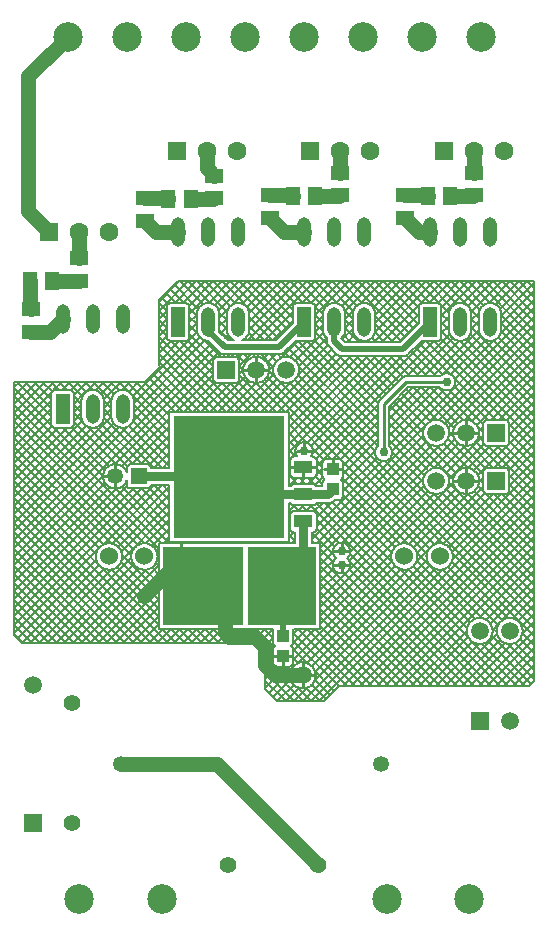
<source format=gbl>
%FSDAX24Y24*%
%MOIN*%
%SFA1B1*%

%IPPOS*%
%ADD10C,0.008000*%
%ADD13R,0.039400X0.043300*%
%ADD17R,0.059100X0.051200*%
%ADD18C,0.020000*%
%ADD19C,0.050000*%
%ADD20C,0.010000*%
%ADD21C,0.030000*%
%ADD26C,0.098400*%
%ADD27C,0.059100*%
%ADD28R,0.059100X0.059100*%
%ADD29R,0.047200X0.098400*%
%ADD30O,0.047200X0.098400*%
%ADD31C,0.063000*%
%ADD32R,0.063000X0.063000*%
%ADD33C,0.060000*%
%ADD34C,0.053100*%
%ADD35R,0.059100X0.059100*%
%ADD36C,0.055100*%
%ADD37R,0.078700X0.078700*%
%ADD38C,0.078700*%
%ADD39R,0.053100X0.053100*%
%ADD40C,0.053100*%
%ADD41C,0.030000*%
%ADD42R,0.051200X0.059100*%
%ADD43R,0.061000X0.043300*%
%ADD44R,0.061000X0.043300*%
%ADD45R,0.061000X0.135800*%
%ADD46R,0.370000X0.405000*%
%ADD47R,0.230000X0.260000*%
%ADD48R,0.265000X0.260000*%
%LNde-230724-1*%
%LPD*%
G54D10*
X013786Y023780D02*
D01*
X013784Y023810*
X013781Y023841*
X013776Y023871*
X013768Y023901*
X013759Y023930*
X013747Y023958*
X013734Y023986*
X013719Y024013*
X013701Y024038*
X013683Y024062*
X013662Y024085*
X013640Y024106*
X013616Y024126*
X013592Y024144*
X013566Y024161*
X013538Y024175*
X013510Y024187*
X013481Y024198*
X013452Y024206*
X013422Y024213*
X013391Y024217*
X013361Y024219*
X013330*
X013300Y024217*
X013269Y024213*
X013239Y024206*
X013210Y024198*
X013181Y024187*
X013153Y024175*
X013126Y024161*
X013099Y024144*
X013075Y024126*
X013051Y024106*
X013029Y024085*
X013008Y024062*
X012990Y024038*
X012972Y024013*
X012957Y023986*
X012944Y023958*
X012932Y023930*
X012923Y023901*
X012915Y023871*
X012910Y023841*
X012907Y023810*
X012906Y023780*
X012907Y023749*
X012910Y023718*
X012915Y023688*
X012923Y023658*
X012932Y023629*
X012944Y023601*
X012957Y023573*
X012972Y023546*
X012990Y023521*
X013008Y023497*
X013029Y023474*
X013051Y023453*
X013075Y023433*
X013099Y023415*
X013126Y023398*
X013153Y023384*
X013181Y023372*
X013210Y023361*
X013239Y023353*
X013269Y023346*
X013300Y023342*
X013330Y023340*
X013361*
X013391Y023342*
X013422Y023346*
X013452Y023353*
X013481Y023361*
X013510Y023372*
X013538Y023384*
X013566Y023398*
X013592Y023415*
X013616Y023433*
X013640Y023453*
X013662Y023474*
X013683Y023497*
X013701Y023521*
X013719Y023546*
X013734Y023573*
X013747Y023601*
X013759Y023629*
X013768Y023658*
X013776Y023688*
X013781Y023718*
X013784Y023749*
X013786Y023780*
X014968D02*
D01*
X014966Y023810*
X014963Y023841*
X014958Y023871*
X014950Y023901*
X014941Y023930*
X014929Y023958*
X014916Y023986*
X014901Y024013*
X014883Y024038*
X014865Y024062*
X014844Y024085*
X014822Y024106*
X014798Y024126*
X014774Y024144*
X014748Y024161*
X014720Y024175*
X014692Y024187*
X014663Y024198*
X014634Y024206*
X014604Y024213*
X014573Y024217*
X014543Y024219*
X014512*
X014482Y024217*
X014451Y024213*
X014421Y024206*
X014392Y024198*
X014363Y024187*
X014335Y024175*
X014308Y024161*
X014281Y024144*
X014257Y024126*
X014233Y024106*
X014211Y024085*
X014190Y024062*
X014172Y024038*
X014154Y024013*
X014139Y023986*
X014126Y023958*
X014114Y023930*
X014105Y023901*
X014097Y023871*
X014092Y023841*
X014089Y023810*
X014088Y023780*
X014089Y023749*
X014092Y023718*
X014097Y023688*
X014105Y023658*
X014114Y023629*
X014126Y023601*
X014139Y023573*
X014154Y023546*
X014172Y023521*
X014190Y023497*
X014211Y023474*
X014233Y023453*
X014257Y023433*
X014281Y023415*
X014308Y023398*
X014335Y023384*
X014363Y023372*
X014392Y023361*
X014421Y023353*
X014451Y023346*
X014482Y023342*
X014512Y023340*
X014543*
X014573Y023342*
X014604Y023346*
X014634Y023353*
X014663Y023361*
X014692Y023372*
X014720Y023384*
X014748Y023398*
X014774Y023415*
X014798Y023433*
X014822Y023453*
X014844Y023474*
X014865Y023497*
X014883Y023521*
X014901Y023546*
X014916Y023573*
X014929Y023601*
X014941Y023629*
X014950Y023658*
X014958Y023688*
X014963Y023718*
X014966Y023749*
X014968Y023780*
X013938Y026588D02*
D01*
X013927Y026614*
X013915Y026639*
X013900Y026664*
X013885Y026687*
X013867Y026710*
X013848Y026731*
X013828Y026751*
X013806Y026769*
X013783Y026786*
X013759Y026801*
X013734Y026814*
X013709Y026826*
X013682Y026835*
X013655Y026843*
X013627Y026849*
X013599Y026853*
X013571Y026855*
X013542Y026855*
X013514Y026854*
X013486Y026850*
X013458Y026844*
X013431Y026836*
X013404Y026826*
X013378Y026815*
X013353Y026802*
X013329Y026787*
X013306Y026770*
X013284Y026752*
X013264Y026732*
X013245Y026711*
X013227Y026689*
X013212Y026666*
X013197Y026641*
X013185Y026616*
X013174Y026589*
X013165Y026562*
X013158Y026535*
X013153Y026507*
X013150Y026479*
X013149Y026450*
X013150Y026422*
X013153Y026394*
X013158Y026366*
X013165Y026338*
X013174Y026312*
X013184Y026285*
X013196Y026260*
X013211Y026235*
X013226Y026212*
X013244Y026189*
X013263Y026168*
X013283Y026148*
X013305Y026130*
X013328Y026113*
X013352Y026098*
X013377Y026085*
X013402Y026073*
X013429Y026064*
X013456Y026056*
X013484Y026050*
X013512Y026046*
X013540Y026044*
X013569Y026044*
X013597Y026045*
X013625Y026049*
X013653Y026055*
X013680Y026063*
X013707Y026073*
X013733Y026084*
X013758Y026097*
X013782Y026112*
X013805Y026129*
X013827Y026147*
X013847Y026167*
X013866Y026188*
X013884Y026210*
X013899Y026233*
X013914Y026258*
X013926Y026283*
X013937Y026310*
X013938Y026312*
X014609Y026044D02*
D01*
X014618Y026044*
X014628Y026045*
X014638Y026047*
X014647Y026049*
X014656Y026052*
X014665Y026056*
X014674Y026060*
X014683Y026065*
X014691Y026070*
X014698Y026076*
X014706Y026083*
X014713Y026090*
X014719Y026097*
X014725Y026105*
X014730Y026114*
X014734Y026122*
X014738Y026131*
X014742Y026140*
X014744Y026150*
X014746Y026159*
X014747Y026160*
X013938Y026184D02*
D01*
X013938Y026174*
X013939Y026164*
X013941Y026154*
X013943Y026145*
X013946Y026136*
X013950Y026127*
X013954Y026118*
X013959Y026109*
X013964Y026101*
X013970Y026094*
X013977Y026086*
X013984Y026079*
X013991Y026073*
X013999Y026067*
X014008Y026062*
X014016Y026058*
X014025Y026054*
X014034Y026050*
X014044Y026048*
X014053Y026046*
X014063Y026044*
X014073Y026044*
X014078Y026044*
Y026856D02*
D01*
X014068Y026855*
X014058Y026854*
X014048Y026852*
X014039Y026850*
X014030Y026847*
X014021Y026843*
X014012Y026839*
X014003Y026834*
X013995Y026829*
X013988Y026823*
X013980Y026816*
X013973Y026809*
X013967Y026802*
X013961Y026794*
X013956Y026786*
X013952Y026777*
X013948Y026768*
X013944Y026759*
X013942Y026749*
X013940Y026740*
X013938Y026730*
X013938Y026720*
X013938Y026716*
X014747Y026740D02*
D01*
X014744Y026749*
X014742Y026758*
X014738Y026768*
X014735Y026777*
X014730Y026785*
X014725Y026794*
X014719Y026801*
X014713Y026809*
X014706Y026816*
X014699Y026823*
X014691Y026829*
X014683Y026834*
X014675Y026839*
X014666Y026843*
X014657Y026847*
X014647Y026850*
X014638Y026852*
X014628Y026854*
X014619Y026855*
X014609Y026856*
X014609Y026856*
X018813Y020249D02*
D01*
X018813Y020239*
X018814Y020229*
X018816Y020219*
X018818Y020210*
X018821Y020201*
X018825Y020192*
X018829Y020183*
X018834Y020174*
X018839Y020166*
X018845Y020159*
X018852Y020151*
X018859Y020144*
X018866Y020138*
X018874Y020132*
X018883Y020127*
X018891Y020123*
X018900Y020119*
X018909Y020115*
X018919Y020113*
X018928Y020111*
X018938Y020109*
X018948Y020109*
X018953Y020109*
X019347D02*
D01*
X019356Y020109*
X019366Y020110*
X019376Y020112*
X019385Y020114*
X019394Y020117*
X019403Y020121*
X019412Y020125*
X019421Y020130*
X019429Y020135*
X019436Y020141*
X019444Y020148*
X019451Y020155*
X019457Y020162*
X019463Y020170*
X019468Y020179*
X019472Y020187*
X019476Y020196*
X019480Y020205*
X019482Y020215*
X019484Y020224*
X019486Y020234*
X019486Y020244*
X019487Y020249*
X020235Y019816D02*
D01*
X020233Y019846*
X020230Y019876*
X020225Y019906*
X020218Y019935*
X020208Y019964*
X020197Y019992*
X020184Y020020*
X020168Y020046*
X020151Y020071*
X020133Y020095*
X020112Y020118*
X020091Y020139*
X020067Y020158*
X020043Y020176*
X020017Y020192*
X019990Y020206*
X019962Y020219*
X019934Y020229*
X019905Y020238*
X019875Y020244*
X019845Y020248*
X019815Y020250*
X019784*
X019754Y020248*
X019724Y020244*
X019694Y020238*
X019665Y020229*
X019637Y020219*
X019609Y020206*
X019582Y020192*
X019556Y020176*
X019532Y020158*
X019508Y020139*
X019487Y020118*
X019466Y020095*
X019448Y020071*
X019431Y020046*
X019415Y020020*
X019402Y019992*
X019391Y019964*
X019381Y019935*
X019374Y019906*
X019369Y019876*
X019366Y019846*
X019365Y019816*
X019366Y019785*
X019369Y019755*
X019374Y019725*
X019381Y019696*
X019391Y019667*
X019402Y019639*
X019415Y019611*
X019431Y019585*
X019448Y019560*
X019466Y019536*
X019487Y019513*
X019508Y019492*
X019532Y019473*
X019556Y019455*
X019582Y019439*
X019609Y019425*
X019637Y019412*
X019665Y019402*
X019694Y019393*
X019724Y019387*
X019754Y019383*
X019784Y019381*
X019815*
X019845Y019383*
X019875Y019387*
X019905Y019393*
X019934Y019402*
X019962Y019412*
X019990Y019425*
X020017Y019439*
X020043Y019455*
X020067Y019473*
X020091Y019492*
X020112Y019513*
X020133Y019536*
X020151Y019560*
X020168Y019585*
X020184Y019611*
X020197Y019639*
X020208Y019667*
X020218Y019696*
X020225Y019725*
X020230Y019755*
X020233Y019785*
X020235Y019816*
X018813Y020918D02*
D01*
X018813Y020908*
X018814Y020898*
X018816Y020888*
X018818Y020879*
X018821Y020870*
X018825Y020861*
X018829Y020852*
X018834Y020843*
X018839Y020835*
X018845Y020828*
X018852Y020820*
X018859Y020813*
X018866Y020807*
X018874Y020801*
X018878Y020800*
D01*
X018869Y020794*
X018862Y020788*
X018855Y020781*
X018848Y020774*
X018842Y020767*
X018836Y020759*
X018831Y020750*
X018826Y020742*
X018822Y020733*
X018819Y020724*
X018817Y020714*
X018815Y020705*
X018813Y020695*
X018813Y020685*
X018813Y020682*
X019487D02*
D01*
X019486Y020691*
X019485Y020701*
X019483Y020711*
X019481Y020720*
X019478Y020729*
X019474Y020738*
X019470Y020747*
X019465Y020756*
X019460Y020764*
X019454Y020771*
X019447Y020779*
X019440Y020786*
X019433Y020792*
X019425Y020798*
X019422Y020800*
D01*
X019430Y020805*
X019437Y020811*
X019444Y020818*
X019451Y020825*
X019457Y020832*
X019463Y020840*
X019468Y020849*
X019473Y020857*
X019477Y020866*
X019480Y020875*
X019482Y020885*
X019484Y020894*
X019486Y020904*
X019486Y020914*
X019487Y020918*
X019384Y024728D02*
D01*
X019384Y024718*
X019385Y024708*
X019387Y024698*
X019389Y024689*
X019392Y024680*
X019396Y024671*
X019400Y024662*
X019405Y024653*
X019410Y024645*
X019416Y024638*
X019423Y024630*
X019430Y024623*
X019437Y024617*
X019445Y024611*
X019454Y024606*
X019462Y024602*
X019471Y024598*
X019480Y024594*
X019490Y024592*
X019499Y024590*
X019509Y024588*
X019519Y024588*
X019524Y024588*
X019404Y025560D02*
D01*
X019409Y025551*
X019415Y025544*
X019421Y025536*
X019428Y025530*
X019436Y025523*
X019443Y025517*
X019452Y025512*
X019460Y025508*
X019469Y025503*
X019478Y025500*
X019488Y025497*
X019497Y025495*
X019507Y025494*
X019516Y025493*
X019524Y025493*
Y025301D02*
D01*
X019514Y025300*
X019504Y025299*
X019494Y025297*
X019485Y025295*
X019476Y025292*
X019467Y025288*
X019458Y025284*
X019449Y025279*
X019441Y025274*
X019434Y025268*
X019426Y025261*
X019419Y025254*
X019413Y025247*
X019407Y025239*
X019402Y025231*
X019398Y025222*
X019394Y025213*
X019390Y025204*
X019388Y025194*
X019386Y025185*
X019384Y025175*
X019384Y025165*
X019384Y025161*
X019524Y026207D02*
D01*
X019514Y026206*
X019504Y026205*
X019494Y026203*
X019485Y026201*
X019476Y026198*
X019467Y026194*
X019458Y026190*
X019449Y026185*
X019441Y026180*
X019434Y026174*
X019426Y026167*
X019419Y026160*
X019413Y026153*
X019407Y026145*
X019404Y026140*
X019384Y026539D02*
D01*
X019384Y026529*
X019385Y026519*
X019387Y026509*
X019389Y026500*
X019392Y026491*
X019396Y026482*
X019400Y026473*
X019405Y026464*
X019410Y026456*
X019416Y026449*
X019423Y026441*
X019430Y026434*
X019437Y026428*
X019445Y026422*
X019454Y026417*
X019462Y026413*
X019471Y026409*
X019480Y026405*
X019490Y026403*
X019499Y026401*
X019509Y026399*
X019519Y026399*
X019524Y026399*
Y027112D02*
D01*
X019514Y027111*
X019504Y027110*
X019494Y027108*
X019485Y027106*
X019476Y027103*
X019467Y027099*
X019458Y027095*
X019449Y027090*
X019441Y027085*
X019434Y027079*
X019426Y027072*
X019419Y027065*
X019413Y027058*
X019407Y027050*
X019402Y027042*
X019398Y027033*
X019394Y027024*
X019390Y027015*
X019388Y027005*
X019386Y026996*
X019384Y026986*
X019384Y026976*
X019384Y026972*
X011424Y028208D02*
D01*
X011424Y028198*
X011425Y028188*
X011427Y028178*
X011429Y028169*
X011432Y028160*
X011436Y028151*
X011440Y028142*
X011445Y028133*
X011450Y028125*
X011456Y028118*
X011463Y028110*
X011470Y028103*
X011477Y028097*
X011485Y028091*
X011494Y028086*
X011502Y028082*
X011511Y028078*
X011520Y028074*
X011530Y028072*
X011539Y028070*
X011549Y028068*
X011559Y028068*
X011564Y028068*
X012036D02*
D01*
X012045Y028068*
X012055Y028069*
X012065Y028071*
X012074Y028073*
X012083Y028076*
X012092Y028080*
X012101Y028084*
X012110Y028089*
X012118Y028094*
X012125Y028100*
X012133Y028107*
X012140Y028114*
X012146Y028121*
X012152Y028129*
X012157Y028138*
X012161Y028146*
X012165Y028155*
X012169Y028164*
X012171Y028174*
X012173Y028183*
X012175Y028193*
X012175Y028203*
X012176Y028208*
X011564Y029332D02*
D01*
X011554Y029331*
X011544Y029330*
X011534Y029328*
X011525Y029326*
X011516Y029323*
X011507Y029319*
X011498Y029315*
X011489Y029310*
X011481Y029305*
X011474Y029299*
X011466Y029292*
X011459Y029285*
X011453Y029278*
X011447Y029270*
X011442Y029262*
X011438Y029253*
X011434Y029244*
X011430Y029235*
X011428Y029225*
X011426Y029216*
X011424Y029206*
X011424Y029196*
X011424Y029192*
X012176D02*
D01*
X012175Y029201*
X012174Y029211*
X012172Y029221*
X012170Y029230*
X012167Y029239*
X012163Y029248*
X012159Y029257*
X012154Y029266*
X012149Y029274*
X012143Y029281*
X012136Y029289*
X012129Y029296*
X012122Y029302*
X012114Y029308*
X012106Y029313*
X012097Y029317*
X012088Y029321*
X012079Y029325*
X012069Y029327*
X012060Y029329*
X012050Y029331*
X012040Y029331*
X012036Y029332*
X012424Y028444D02*
D01*
X012424Y028417*
X012427Y028391*
X012432Y028365*
X012438Y028340*
X012446Y028315*
X012456Y028291*
X012468Y028267*
X012481Y028244*
X012495Y028222*
X012511Y028202*
X012529Y028182*
X012548Y028164*
X012568Y028147*
X012589Y028132*
X012612Y028118*
X012635Y028106*
X012659Y028095*
X012683Y028086*
X012709Y028079*
X012734Y028073*
X012760Y028070*
X012786Y028068*
X012813*
X012839Y028070*
X012865Y028073*
X012890Y028079*
X012916Y028086*
X012940Y028095*
X012964Y028106*
X012988Y028118*
X013010Y028132*
X013031Y028147*
X013051Y028164*
X013070Y028182*
X013088Y028202*
X013104Y028222*
X013118Y028244*
X013131Y028267*
X013143Y028291*
X013153Y028315*
X013161Y028340*
X013167Y028365*
X013172Y028391*
X013175Y028417*
X013176Y028444*
X013424D02*
D01*
X013424Y028417*
X013427Y028391*
X013432Y028365*
X013438Y028340*
X013446Y028315*
X013456Y028291*
X013468Y028267*
X013481Y028244*
X013495Y028222*
X013511Y028202*
X013529Y028182*
X013548Y028164*
X013568Y028147*
X013589Y028132*
X013612Y028118*
X013635Y028106*
X013659Y028095*
X013683Y028086*
X013709Y028079*
X013734Y028073*
X013760Y028070*
X013786Y028068*
X013813*
X013839Y028070*
X013865Y028073*
X013890Y028079*
X013916Y028086*
X013940Y028095*
X013964Y028106*
X013988Y028118*
X014010Y028132*
X014031Y028147*
X014051Y028164*
X014070Y028182*
X014088Y028202*
X014104Y028222*
X014118Y028244*
X014131Y028267*
X014143Y028291*
X014153Y028315*
X014161Y028340*
X014167Y028365*
X014172Y028391*
X014175Y028417*
X014176Y028444*
X013176Y028956D02*
D01*
X013175Y028982*
X013172Y029008*
X013167Y029034*
X013161Y029059*
X013153Y029084*
X013143Y029108*
X013131Y029132*
X013118Y029155*
X013104Y029177*
X013088Y029197*
X013070Y029217*
X013051Y029235*
X013031Y029252*
X013010Y029267*
X012988Y029281*
X012964Y029293*
X012940Y029304*
X012916Y029313*
X012890Y029320*
X012865Y029326*
X012839Y029329*
X012813Y029331*
X012786*
X012760Y029329*
X012734Y029326*
X012709Y029320*
X012683Y029313*
X012659Y029304*
X012635Y029293*
X012612Y029281*
X012589Y029267*
X012568Y029252*
X012548Y029235*
X012529Y029217*
X012511Y029197*
X012495Y029177*
X012481Y029155*
X012468Y029132*
X012456Y029108*
X012446Y029084*
X012438Y029059*
X012432Y029034*
X012427Y029008*
X012424Y028982*
X012424Y028956*
X014176D02*
D01*
X014175Y028982*
X014172Y029008*
X014167Y029034*
X014161Y029059*
X014153Y029084*
X014143Y029108*
X014131Y029132*
X014118Y029155*
X014104Y029177*
X014088Y029197*
X014070Y029217*
X014051Y029235*
X014031Y029252*
X014010Y029267*
X013988Y029281*
X013964Y029293*
X013940Y029304*
X013916Y029313*
X013890Y029320*
X013865Y029326*
X013839Y029329*
X013813Y029331*
X013786*
X013760Y029329*
X013734Y029326*
X013709Y029320*
X013683Y029313*
X013659Y029304*
X013635Y029293*
X013612Y029281*
X013589Y029267*
X013568Y029252*
X013548Y029235*
X013529Y029217*
X013511Y029197*
X013495Y029177*
X013481Y029155*
X013468Y029132*
X013456Y029108*
X013446Y029084*
X013438Y029059*
X013432Y029034*
X013427Y029008*
X013424Y028982*
X013424Y028956*
X015274Y031108D02*
D01*
X015274Y031098*
X015275Y031088*
X015277Y031078*
X015279Y031069*
X015282Y031060*
X015286Y031051*
X015290Y031042*
X015295Y031033*
X015300Y031025*
X015306Y031018*
X015313Y031010*
X015320Y031003*
X015327Y030997*
X015335Y030991*
X015344Y030986*
X015352Y030982*
X015361Y030978*
X015370Y030974*
X015380Y030972*
X015389Y030970*
X015399Y030968*
X015409Y030968*
X015414Y030968*
X015886D02*
D01*
X015895Y030968*
X015905Y030969*
X015915Y030971*
X015924Y030973*
X015933Y030976*
X015942Y030980*
X015951Y030984*
X015960Y030989*
X015968Y030994*
X015975Y031000*
X015983Y031007*
X015990Y031014*
X015996Y031021*
X016002Y031029*
X016007Y031038*
X016011Y031046*
X016015Y031055*
X016019Y031064*
X016021Y031074*
X016023Y031083*
X016025Y031093*
X016025Y031103*
X016026Y031108*
X016815Y029705D02*
D01*
X016815Y029695*
X016816Y029685*
X016818Y029675*
X016820Y029666*
X016823Y029657*
X016827Y029648*
X016831Y029639*
X016836Y029630*
X016841Y029622*
X016847Y029615*
X016854Y029607*
X016861Y029600*
X016868Y029594*
X016876Y029588*
X016885Y029583*
X016893Y029579*
X016902Y029575*
X016911Y029571*
X016921Y029569*
X016930Y029567*
X016940Y029565*
X016950Y029565*
X016955Y029565*
Y030435D02*
D01*
X016945Y030434*
X016935Y030433*
X016925Y030431*
X016916Y030429*
X016907Y030426*
X016898Y030422*
X016889Y030418*
X016880Y030413*
X016872Y030408*
X016865Y030402*
X016857Y030395*
X016850Y030388*
X016844Y030381*
X016838Y030373*
X016833Y030365*
X016829Y030356*
X016825Y030347*
X016821Y030338*
X016819Y030328*
X016817Y030319*
X016815Y030309*
X016815Y030299*
X016815Y030295*
X016274Y031344D02*
D01*
X016274Y031317*
X016277Y031291*
X016282Y031265*
X016288Y031240*
X016296Y031215*
X016306Y031191*
X016318Y031167*
X016331Y031144*
X016345Y031122*
X016361Y031102*
X016379Y031082*
X016398Y031064*
X016418Y031047*
X016439Y031032*
X016462Y031018*
X016485Y031006*
X016509Y030995*
X016533Y030986*
X016559Y030979*
X016584Y030973*
X016610Y030970*
X016636Y030968*
X016643Y030968*
X015414Y032232D02*
D01*
X015404Y032231*
X015394Y032230*
X015384Y032228*
X015375Y032226*
X015366Y032223*
X015357Y032219*
X015348Y032215*
X015339Y032210*
X015331Y032205*
X015324Y032199*
X015316Y032192*
X015309Y032185*
X015303Y032178*
X015297Y032170*
X015292Y032162*
X015288Y032153*
X015284Y032144*
X015280Y032135*
X015278Y032125*
X015276Y032116*
X015274Y032106*
X015274Y032096*
X015274Y032092*
X016026D02*
D01*
X016025Y032101*
X016024Y032111*
X016022Y032121*
X016020Y032130*
X016017Y032139*
X016013Y032148*
X016009Y032157*
X016004Y032166*
X015999Y032174*
X015993Y032181*
X015986Y032189*
X015979Y032196*
X015972Y032202*
X015964Y032208*
X015956Y032213*
X015947Y032217*
X015938Y032221*
X015929Y032225*
X015919Y032227*
X015910Y032229*
X015900Y032231*
X015890Y032231*
X015886Y032232*
X017026Y031856D02*
D01*
X017025Y031882*
X017022Y031908*
X017017Y031934*
X017011Y031959*
X017003Y031984*
X016993Y032008*
X016981Y032032*
X016968Y032055*
X016954Y032077*
X016938Y032097*
X016920Y032117*
X016901Y032135*
X016881Y032152*
X016860Y032167*
X016838Y032181*
X016814Y032193*
X016790Y032204*
X016766Y032213*
X016740Y032220*
X016715Y032226*
X016689Y032229*
X016663Y032231*
X016636*
X016610Y032229*
X016584Y032226*
X016559Y032220*
X016533Y032213*
X016509Y032204*
X016485Y032193*
X016462Y032181*
X016439Y032167*
X016418Y032152*
X016398Y032135*
X016379Y032117*
X016361Y032097*
X016345Y032077*
X016331Y032055*
X016318Y032032*
X016306Y032008*
X016296Y031984*
X016288Y031959*
X016282Y031934*
X016277Y031908*
X016274Y031882*
X016274Y031856*
X017545Y029565D02*
D01*
X017554Y029565*
X017564Y029566*
X017574Y029568*
X017583Y029570*
X017592Y029573*
X017601Y029577*
X017610Y029581*
X017619Y029586*
X017627Y029591*
X017634Y029597*
X017642Y029604*
X017649Y029611*
X017655Y029618*
X017661Y029626*
X017666Y029635*
X017670Y029643*
X017674Y029652*
X017678Y029661*
X017680Y029671*
X017682Y029680*
X017684Y029690*
X017684Y029700*
X017685Y029705*
X018685Y030000D02*
D01*
X018683Y030030*
X018680Y030060*
X018675Y030090*
X018668Y030119*
X018658Y030148*
X018647Y030176*
X018634Y030204*
X018618Y030230*
X018601Y030255*
X018583Y030279*
X018562Y030302*
X018541Y030323*
X018517Y030342*
X018493Y030360*
X018467Y030376*
X018440Y030390*
X018412Y030403*
X018384Y030413*
X018355Y030422*
X018325Y030428*
X018295Y030432*
X018265Y030434*
X018234*
X018204Y030432*
X018174Y030428*
X018144Y030422*
X018115Y030413*
X018087Y030403*
X018059Y030390*
X018032Y030376*
X018006Y030360*
X017982Y030342*
X017958Y030323*
X017937Y030302*
X017916Y030279*
X017898Y030255*
X017881Y030230*
X017865Y030204*
X017852Y030176*
X017841Y030148*
X017831Y030119*
X017824Y030090*
X017819Y030060*
X017816Y030030*
X017815Y030000*
X017816Y029969*
X017819Y029939*
X017824Y029909*
X017831Y029880*
X017841Y029851*
X017852Y029823*
X017865Y029795*
X017881Y029769*
X017898Y029744*
X017916Y029720*
X017937Y029697*
X017958Y029676*
X017982Y029657*
X018006Y029639*
X018032Y029623*
X018059Y029609*
X018087Y029596*
X018115Y029586*
X018144Y029577*
X018174Y029571*
X018204Y029567*
X018234Y029565*
X018265*
X018295Y029567*
X018325Y029571*
X018355Y029577*
X018384Y029586*
X018412Y029596*
X018440Y029609*
X018467Y029623*
X018493Y029639*
X018517Y029657*
X018541Y029676*
X018562Y029697*
X018583Y029720*
X018601Y029744*
X018618Y029769*
X018634Y029795*
X018647Y029823*
X018658Y029851*
X018668Y029880*
X018675Y029909*
X018680Y029939*
X018683Y029969*
X018685Y030000*
X017685Y030295D02*
D01*
X017684Y030304*
X017683Y030314*
X017681Y030324*
X017679Y030333*
X017676Y030342*
X017672Y030351*
X017668Y030360*
X017663Y030369*
X017658Y030377*
X017652Y030384*
X017645Y030392*
X017638Y030399*
X017631Y030405*
X017623Y030411*
X017615Y030416*
X017606Y030420*
X017597Y030424*
X017588Y030428*
X017578Y030430*
X017569Y030432*
X017559Y030434*
X017549Y030434*
X017545Y030435*
X017030Y030580D02*
D01*
X017042Y030568*
X017055Y030557*
X017069Y030548*
X017083Y030539*
X017098Y030532*
X017113Y030525*
X017129Y030520*
X017145Y030515*
X017162Y030512*
X017179Y030510*
X017195Y030509*
X017200Y030510*
X017030Y030580D02*
D01*
X017042Y030568*
X017055Y030557*
X017069Y030548*
X017083Y030539*
X017098Y030532*
X017113Y030525*
X017129Y030520*
X017145Y030515*
X017162Y030512*
X017179Y030510*
X017195Y030509*
X017200Y030510*
X019685Y030000D02*
D01*
X019683Y030030*
X019680Y030060*
X019675Y030090*
X019668Y030119*
X019658Y030148*
X019647Y030176*
X019634Y030204*
X019618Y030230*
X019601Y030255*
X019583Y030279*
X019562Y030302*
X019541Y030323*
X019517Y030342*
X019493Y030360*
X019467Y030376*
X019440Y030390*
X019412Y030403*
X019384Y030413*
X019355Y030422*
X019325Y030428*
X019295Y030432*
X019265Y030434*
X019234*
X019204Y030432*
X019174Y030428*
X019144Y030422*
X019115Y030413*
X019087Y030403*
X019059Y030390*
X019032Y030376*
X019006Y030360*
X018982Y030342*
X018958Y030323*
X018937Y030302*
X018916Y030279*
X018898Y030255*
X018881Y030230*
X018865Y030204*
X018852Y030176*
X018841Y030148*
X018831Y030119*
X018824Y030090*
X018819Y030060*
X018816Y030030*
X018815Y030000*
X018816Y029969*
X018819Y029939*
X018824Y029909*
X018831Y029880*
X018841Y029851*
X018852Y029823*
X018865Y029795*
X018881Y029769*
X018898Y029744*
X018916Y029720*
X018937Y029697*
X018958Y029676*
X018982Y029657*
X019006Y029639*
X019032Y029623*
X019059Y029609*
X019087Y029596*
X019115Y029586*
X019144Y029577*
X019174Y029571*
X019204Y029567*
X019234Y029565*
X019265*
X019295Y029567*
X019325Y029571*
X019355Y029577*
X019384Y029586*
X019412Y029596*
X019440Y029609*
X019467Y029623*
X019493Y029639*
X019517Y029657*
X019541Y029676*
X019562Y029697*
X019583Y029720*
X019601Y029744*
X019618Y029769*
X019634Y029795*
X019647Y029823*
X019658Y029851*
X019668Y029880*
X019675Y029909*
X019680Y029939*
X019683Y029969*
X019685Y030000*
X019000Y030510D02*
D01*
X019016Y030510*
X019033Y030512*
X019049Y030515*
X019066Y030519*
X019082Y030524*
X019097Y030530*
X019112Y030538*
X019127Y030546*
X019141Y030555*
X019154Y030566*
X019166Y030577*
X019170Y030580*
X017019Y031270D02*
D01*
X017023Y031295*
X017025Y031322*
X017026Y031344*
X017274D02*
D01*
X017274Y031317*
X017277Y031291*
X017282Y031265*
X017288Y031240*
X017296Y031215*
X017306Y031191*
X017318Y031167*
X017331Y031144*
X017345Y031122*
X017361Y031102*
X017379Y031082*
X017398Y031064*
X017418Y031047*
X017439Y031032*
X017462Y031018*
X017485Y031006*
X017509Y030995*
X017523Y030990*
X018026Y031856D02*
D01*
X018025Y031882*
X018022Y031908*
X018017Y031934*
X018011Y031959*
X018003Y031984*
X017993Y032008*
X017981Y032032*
X017968Y032055*
X017954Y032077*
X017938Y032097*
X017920Y032117*
X017901Y032135*
X017881Y032152*
X017860Y032167*
X017838Y032181*
X017814Y032193*
X017790Y032204*
X017766Y032213*
X017740Y032220*
X017715Y032226*
X017689Y032229*
X017663Y032231*
X017636*
X017610Y032229*
X017584Y032226*
X017559Y032220*
X017533Y032213*
X017509Y032204*
X017485Y032193*
X017462Y032181*
X017439Y032167*
X017418Y032152*
X017398Y032135*
X017379Y032117*
X017361Y032097*
X017345Y032077*
X017331Y032055*
X017318Y032032*
X017306Y032008*
X017296Y031984*
X017288Y031959*
X017282Y031934*
X017277Y031908*
X017274Y031882*
X017274Y031856*
X019000Y030510D02*
D01*
X019016Y030510*
X019033Y030512*
X019049Y030515*
X019066Y030519*
X019082Y030524*
X019097Y030530*
X019112Y030538*
X019127Y030546*
X019141Y030555*
X019154Y030566*
X019166Y030577*
X019170Y030580*
X017777Y030990D02*
D01*
X017801Y030999*
X017825Y031011*
X017847Y031024*
X017869Y031038*
X017890Y031054*
X017910Y031072*
X017928Y031091*
X017945Y031111*
X017960Y031132*
X017974Y031154*
X017987Y031177*
X017998Y031201*
X018007Y031226*
X018014Y031251*
X018020Y031276*
X018023Y031302*
X018025Y031329*
X018026Y031344*
X019614Y032232D02*
D01*
X019604Y032231*
X019594Y032230*
X019584Y032228*
X019575Y032226*
X019566Y032223*
X019557Y032219*
X019548Y032215*
X019539Y032210*
X019531Y032205*
X019524Y032199*
X019516Y032192*
X019509Y032185*
X019503Y032178*
X019497Y032170*
X019492Y032162*
X019488Y032153*
X019484Y032144*
X019480Y032135*
X019478Y032125*
X019476Y032116*
X019474Y032106*
X019474Y032096*
X019474Y032092*
X020095Y021349D02*
D01*
X020104Y021349*
X020114Y021350*
X020124Y021352*
X020133Y021354*
X020142Y021357*
X020150Y021360*
X020274Y025161D02*
D01*
X020273Y025170*
X020272Y025180*
X020270Y025190*
X020268Y025199*
X020265Y025208*
X020261Y025217*
X020257Y025226*
X020252Y025235*
X020247Y025243*
X020241Y025250*
X020234Y025258*
X020227Y025265*
X020220Y025271*
X020212Y025277*
X020204Y025282*
X020195Y025286*
X020186Y025290*
X020177Y025294*
X020167Y025296*
X020158Y025298*
X020148Y025300*
X020138Y025300*
X020134Y025301*
Y024588D02*
D01*
X020143Y024588*
X020153Y024589*
X020163Y024591*
X020172Y024593*
X020181Y024596*
X020190Y024600*
X020199Y024604*
X020208Y024609*
X020216Y024614*
X020223Y024620*
X020231Y024627*
X020238Y024634*
X020244Y024641*
X020250Y024649*
X020255Y024658*
X020259Y024666*
X020263Y024675*
X020267Y024684*
X020269Y024694*
X020271Y024703*
X020273Y024713*
X020273Y024723*
X020274Y024728*
X020917Y023725D02*
D01*
X020901Y023711*
X020887Y023697*
X020874Y023682*
X020862Y023665*
X020851Y023648*
X020841Y023631*
X020832Y023612*
X020825Y023593*
X020819Y023574*
X020815Y023554*
X020812Y023534*
X020810Y023514*
X020810Y023494*
X020811Y023474*
X020813Y023454*
X020817Y023434*
X020822Y023414*
X020829Y023395*
X020837Y023376*
X020846Y023358*
X020857Y023341*
X020868Y023324*
X020881Y023309*
X020895Y023294*
X020910Y023280*
X020925Y023268*
X020942Y023256*
X020959Y023246*
X020977Y023236*
X020996Y023229*
X021015Y023222*
X021035Y023217*
X021055Y023213*
X021075Y023211*
X021095Y023210*
X021115Y023210*
X021135Y023212*
X021155Y023215*
X021175Y023220*
X021195Y023225*
X021213Y023233*
X021232Y023241*
X021249Y023251*
X021266Y023262*
X021283Y023275*
X021298Y023288*
X021312Y023302*
X021325Y023317*
X021337Y023334*
X021348Y023351*
X021358Y023368*
X021367Y023387*
X021374Y023406*
X021380Y023425*
X021384Y023445*
X021387Y023465*
X021389Y023485*
X021390Y023500*
D01*
X021389Y023520*
X021387Y023540*
X021383Y023560*
X021378Y023579*
X021372Y023599*
X021364Y023617*
X021356Y023636*
X021345Y023653*
X021334Y023670*
X021322Y023686*
X021308Y023701*
X021294Y023715*
X021283Y023725*
D01*
X021298Y023738*
X021312Y023752*
X021325Y023767*
X021337Y023784*
X021348Y023801*
X021358Y023818*
X021367Y023837*
X021374Y023856*
X021380Y023875*
X021384Y023895*
X021387Y023915*
X021389Y023935*
X021390Y023950*
D01*
X021389Y023970*
X021387Y023990*
X021383Y024010*
X021378Y024029*
X021372Y024049*
X021364Y024067*
X021356Y024086*
X021345Y024103*
X021334Y024120*
X021322Y024136*
X021308Y024151*
X021294Y024165*
X021278Y024178*
X021262Y024190*
X021245Y024201*
X021227Y024210*
X021208Y024218*
X021189Y024225*
X021170Y024231*
X021150Y024235*
X021130Y024238*
X021110Y024239*
X021089*
X021069Y024238*
X021049Y024235*
X021029Y024231*
X021010Y024225*
X020991Y024218*
X020972Y024210*
X020955Y024201*
X020937Y024190*
X020921Y024178*
X020905Y024165*
X020891Y024151*
X020877Y024136*
X020865Y024120*
X020854Y024103*
X020843Y024086*
X020835Y024067*
X020827Y024049*
X020821Y024029*
X020816Y024010*
X020812Y023990*
X020810Y023970*
X020810Y023950*
X020810Y023929*
X020812Y023909*
X020816Y023889*
X020821Y023870*
X020827Y023850*
X020835Y023832*
X020843Y023813*
X020854Y023796*
X020865Y023779*
X020877Y023763*
X020891Y023748*
X020905Y023734*
X020917Y023725*
X023629Y023780D02*
D01*
X023627Y023810*
X023624Y023841*
X023619Y023871*
X023611Y023901*
X023602Y023930*
X023590Y023958*
X023577Y023986*
X023562Y024013*
X023544Y024038*
X023526Y024062*
X023505Y024085*
X023483Y024106*
X023459Y024126*
X023435Y024144*
X023409Y024161*
X023381Y024175*
X023353Y024187*
X023324Y024198*
X023295Y024206*
X023265Y024213*
X023234Y024217*
X023204Y024219*
X023173*
X023143Y024217*
X023112Y024213*
X023082Y024206*
X023053Y024198*
X023024Y024187*
X022996Y024175*
X022969Y024161*
X022942Y024144*
X022918Y024126*
X022894Y024106*
X022872Y024085*
X022851Y024062*
X022833Y024038*
X022815Y024013*
X022800Y023986*
X022787Y023958*
X022775Y023930*
X022766Y023901*
X022758Y023871*
X022753Y023841*
X022750Y023810*
X022749Y023780*
X022750Y023749*
X022753Y023718*
X022758Y023688*
X022766Y023658*
X022775Y023629*
X022787Y023601*
X022800Y023573*
X022815Y023546*
X022833Y023521*
X022851Y023497*
X022872Y023474*
X022894Y023453*
X022918Y023433*
X022942Y023415*
X022969Y023398*
X022996Y023384*
X023024Y023372*
X023053Y023361*
X023082Y023353*
X023112Y023346*
X023143Y023342*
X023173Y023340*
X023204*
X023234Y023342*
X023265Y023346*
X023295Y023353*
X023324Y023361*
X023353Y023372*
X023381Y023384*
X023409Y023398*
X023435Y023415*
X023459Y023433*
X023483Y023453*
X023505Y023474*
X023526Y023497*
X023544Y023521*
X023562Y023546*
X023577Y023573*
X023590Y023601*
X023602Y023629*
X023611Y023658*
X023619Y023688*
X023624Y023718*
X023627Y023749*
X023629Y023780*
X020134Y025493D02*
D01*
X020143Y025493*
X020153Y025494*
X020163Y025496*
X020172Y025498*
X020181Y025501*
X020190Y025505*
X020199Y025509*
X020208Y025514*
X020216Y025519*
X020223Y025525*
X020231Y025532*
X020238Y025539*
X020244Y025546*
X020250Y025554*
X020253Y025560*
Y026140D02*
D01*
X020247Y026148*
X020241Y026155*
X020235Y026163*
X020228Y026169*
X020220Y026176*
X020213Y026182*
X020204Y026187*
X020196Y026191*
X020187Y026196*
X020178Y026199*
X020168Y026202*
X020159Y026204*
X020149Y026205*
X020140Y026206*
X020134Y026207*
Y026399D02*
D01*
X020143Y026399*
X020153Y026400*
X020163Y026402*
X020172Y026404*
X020181Y026407*
X020190Y026411*
X020199Y026415*
X020208Y026420*
X020216Y026425*
X020223Y026431*
X020231Y026438*
X020238Y026445*
X020244Y026452*
X020250Y026460*
X020255Y026469*
X020259Y026477*
X020263Y026486*
X020267Y026495*
X020269Y026505*
X020271Y026514*
X020273Y026524*
X020273Y026534*
X020274Y026539*
X020528Y026350D02*
D01*
X020519Y026344*
X020512Y026338*
X020505Y026331*
X020498Y026324*
X020492Y026317*
X020486Y026309*
X020481Y026300*
X020476Y026292*
X020472Y026283*
X020469Y026274*
X020467Y026264*
X020465Y026255*
X020463Y026245*
X020463Y026235*
X020463Y026232*
Y026468D02*
D01*
X020463Y026458*
X020464Y026448*
X020466Y026438*
X020468Y026429*
X020471Y026420*
X020475Y026411*
X020479Y026402*
X020484Y026393*
X020489Y026385*
X020495Y026378*
X020502Y026370*
X020509Y026363*
X020516Y026357*
X020524Y026351*
X020528Y026350*
X020635Y025560D02*
D01*
X020655Y025560*
X020675Y025562*
X020695Y025566*
X020714Y025571*
X020734Y025577*
X020752Y025585*
X020771Y025593*
X020788Y025604*
X020805Y025615*
X020821Y025627*
X020836Y025641*
X020840Y025645*
X020635Y025560D02*
D01*
X020655Y025560*
X020675Y025562*
X020695Y025566*
X020714Y025571*
X020734Y025577*
X020752Y025585*
X020771Y025593*
X020788Y025604*
X020805Y025615*
X020821Y025627*
X020836Y025641*
X020840Y025645*
X020997Y025659D02*
D01*
X021006Y025659*
X021016Y025660*
X021026Y025662*
X021035Y025664*
X021044Y025667*
X021053Y025671*
X021062Y025675*
X021071Y025680*
X021079Y025685*
X021086Y025691*
X021094Y025698*
X021101Y025705*
X021107Y025712*
X021113Y025720*
X021118Y025729*
X021122Y025737*
X021126Y025746*
X021130Y025755*
X021132Y025765*
X021134Y025774*
X021136Y025784*
X021136Y025794*
X021137Y025799*
X024685Y026300D02*
D01*
X024683Y026330*
X024680Y026360*
X024675Y026390*
X024668Y026419*
X024658Y026448*
X024647Y026476*
X024634Y026504*
X024618Y026530*
X024601Y026555*
X024583Y026579*
X024562Y026602*
X024541Y026623*
X024517Y026642*
X024493Y026660*
X024467Y026676*
X024440Y026690*
X024412Y026703*
X024384Y026713*
X024355Y026722*
X024325Y026728*
X024295Y026732*
X024265Y026734*
X024234*
X024204Y026732*
X024174Y026728*
X024144Y026722*
X024115Y026713*
X024087Y026703*
X024059Y026690*
X024032Y026676*
X024006Y026660*
X023982Y026642*
X023958Y026623*
X023937Y026602*
X023916Y026579*
X023898Y026555*
X023881Y026530*
X023865Y026504*
X023852Y026476*
X023841Y026448*
X023831Y026419*
X023824Y026390*
X023819Y026360*
X023816Y026330*
X023815Y026300*
X023816Y026269*
X023819Y026239*
X023824Y026209*
X023831Y026180*
X023841Y026151*
X023852Y026123*
X023865Y026095*
X023881Y026069*
X023898Y026044*
X023916Y026020*
X023937Y025997*
X023958Y025976*
X023982Y025957*
X024006Y025939*
X024032Y025923*
X024059Y025909*
X024087Y025896*
X024115Y025886*
X024144Y025877*
X024174Y025871*
X024204Y025867*
X024234Y025865*
X024265*
X024295Y025867*
X024325Y025871*
X024355Y025877*
X024384Y025886*
X024412Y025896*
X024440Y025909*
X024467Y025923*
X024493Y025939*
X024517Y025957*
X024541Y025976*
X024562Y025997*
X024583Y026020*
X024601Y026044*
X024618Y026069*
X024634Y026095*
X024647Y026123*
X024658Y026151*
X024668Y026180*
X024675Y026209*
X024680Y026239*
X024683Y026269*
X024685Y026300*
X021137Y026232D02*
D01*
X021136Y026241*
X021135Y026251*
X021133Y026261*
X021131Y026270*
X021128Y026279*
X021124Y026288*
X021120Y026297*
X021115Y026306*
X021110Y026314*
X021104Y026321*
X021097Y026329*
X021090Y026336*
X021083Y026342*
X021075Y026348*
X021072Y026350*
D01*
X021080Y026355*
X021087Y026361*
X021094Y026368*
X021101Y026375*
X021107Y026382*
X021113Y026390*
X021118Y026399*
X021123Y026407*
X021127Y026416*
X021130Y026425*
X021132Y026435*
X021134Y026444*
X021136Y026454*
X021136Y026464*
X021137Y026468*
X020603Y027041D02*
D01*
X020593Y027040*
X020583Y027039*
X020573Y027037*
X020564Y027035*
X020555Y027032*
X020546Y027028*
X020537Y027024*
X020528Y027019*
X020520Y027014*
X020513Y027008*
X020505Y027001*
X020498Y026994*
X020492Y026987*
X020486Y026979*
X020481Y026971*
X020477Y026962*
X020473Y026953*
X020469Y026944*
X020467Y026934*
X020465Y026925*
X020463Y026915*
X020463Y026905*
X020463Y026901*
X024810Y023780D02*
D01*
X024808Y023810*
X024805Y023841*
X024800Y023871*
X024792Y023901*
X024783Y023930*
X024771Y023958*
X024758Y023986*
X024743Y024013*
X024725Y024038*
X024707Y024062*
X024686Y024085*
X024664Y024106*
X024640Y024126*
X024616Y024144*
X024590Y024161*
X024562Y024175*
X024534Y024187*
X024505Y024198*
X024476Y024206*
X024446Y024213*
X024415Y024217*
X024385Y024219*
X024354*
X024324Y024217*
X024293Y024213*
X024263Y024206*
X024234Y024198*
X024205Y024187*
X024177Y024175*
X024150Y024161*
X024123Y024144*
X024099Y024126*
X024075Y024106*
X024053Y024085*
X024032Y024062*
X024014Y024038*
X023996Y024013*
X023981Y023986*
X023968Y023958*
X023956Y023930*
X023947Y023901*
X023939Y023871*
X023934Y023841*
X023931Y023810*
X023930Y023780*
X023931Y023749*
X023934Y023718*
X023939Y023688*
X023947Y023658*
X023956Y023629*
X023968Y023601*
X023981Y023573*
X023996Y023546*
X024014Y023521*
X024032Y023497*
X024053Y023474*
X024075Y023453*
X024099Y023433*
X024123Y023415*
X024150Y023398*
X024177Y023384*
X024205Y023372*
X024234Y023361*
X024263Y023353*
X024293Y023346*
X024324Y023342*
X024354Y023340*
X024385*
X024415Y023342*
X024446Y023346*
X024476Y023353*
X024505Y023361*
X024534Y023372*
X024562Y023384*
X024590Y023398*
X024616Y023415*
X024640Y023433*
X024664Y023453*
X024686Y023474*
X024707Y023497*
X024725Y023521*
X024743Y023546*
X024758Y023573*
X024771Y023601*
X024783Y023629*
X024792Y023658*
X024800Y023688*
X024805Y023718*
X024808Y023749*
X024810Y023780*
X026135Y021300D02*
D01*
X026133Y021330*
X026130Y021360*
X026125Y021390*
X026118Y021419*
X026108Y021448*
X026097Y021476*
X026084Y021504*
X026068Y021530*
X026051Y021555*
X026033Y021579*
X026012Y021602*
X025991Y021623*
X025967Y021642*
X025943Y021660*
X025917Y021676*
X025890Y021690*
X025862Y021703*
X025834Y021713*
X025805Y021722*
X025775Y021728*
X025745Y021732*
X025715Y021734*
X025684*
X025654Y021732*
X025624Y021728*
X025594Y021722*
X025565Y021713*
X025537Y021703*
X025509Y021690*
X025482Y021676*
X025456Y021660*
X025432Y021642*
X025408Y021623*
X025387Y021602*
X025366Y021579*
X025348Y021555*
X025331Y021530*
X025315Y021504*
X025302Y021476*
X025291Y021448*
X025281Y021419*
X025274Y021390*
X025269Y021360*
X025266Y021330*
X025265Y021300*
X025266Y021269*
X025269Y021239*
X025274Y021209*
X025281Y021180*
X025291Y021151*
X025302Y021123*
X025315Y021095*
X025331Y021069*
X025348Y021044*
X025366Y021020*
X025387Y020997*
X025408Y020976*
X025432Y020957*
X025456Y020939*
X025482Y020923*
X025509Y020909*
X025537Y020896*
X025565Y020886*
X025594Y020877*
X025624Y020871*
X025654Y020867*
X025684Y020865*
X025715*
X025745Y020867*
X025775Y020871*
X025805Y020877*
X025834Y020886*
X025862Y020896*
X025890Y020909*
X025917Y020923*
X025943Y020939*
X025967Y020957*
X025991Y020976*
X026012Y020997*
X026033Y021020*
X026051Y021044*
X026068Y021069*
X026084Y021095*
X026097Y021123*
X026108Y021151*
X026118Y021180*
X026125Y021209*
X026130Y021239*
X026133Y021269*
X026135Y021300*
X027135D02*
D01*
X027133Y021330*
X027130Y021360*
X027125Y021390*
X027118Y021419*
X027108Y021448*
X027097Y021476*
X027084Y021504*
X027068Y021530*
X027051Y021555*
X027033Y021579*
X027012Y021602*
X026991Y021623*
X026967Y021642*
X026943Y021660*
X026917Y021676*
X026890Y021690*
X026862Y021703*
X026834Y021713*
X026805Y021722*
X026775Y021728*
X026745Y021732*
X026715Y021734*
X026684*
X026654Y021732*
X026624Y021728*
X026594Y021722*
X026565Y021713*
X026537Y021703*
X026509Y021690*
X026482Y021676*
X026456Y021660*
X026432Y021642*
X026408Y021623*
X026387Y021602*
X026366Y021579*
X026348Y021555*
X026331Y021530*
X026315Y021504*
X026302Y021476*
X026291Y021448*
X026281Y021419*
X026274Y021390*
X026269Y021360*
X026266Y021330*
X026265Y021300*
X026266Y021269*
X026269Y021239*
X026274Y021209*
X026281Y021180*
X026291Y021151*
X026302Y021123*
X026315Y021095*
X026331Y021069*
X026348Y021044*
X026366Y021020*
X026387Y020997*
X026408Y020976*
X026432Y020957*
X026456Y020939*
X026482Y020923*
X026509Y020909*
X026537Y020896*
X026565Y020886*
X026594Y020877*
X026624Y020871*
X026654Y020867*
X026684Y020865*
X026715*
X026745Y020867*
X026775Y020871*
X026805Y020877*
X026834Y020886*
X026862Y020896*
X026890Y020909*
X026917Y020923*
X026943Y020939*
X026967Y020957*
X026991Y020976*
X027012Y020997*
X027033Y021020*
X027051Y021044*
X027068Y021069*
X027084Y021095*
X027097Y021123*
X027108Y021151*
X027118Y021180*
X027125Y021209*
X027130Y021239*
X027133Y021269*
X027135Y021300*
X025685Y026300D02*
D01*
X025683Y026330*
X025680Y026360*
X025675Y026390*
X025668Y026419*
X025658Y026448*
X025647Y026476*
X025634Y026504*
X025618Y026530*
X025601Y026555*
X025583Y026579*
X025562Y026602*
X025541Y026623*
X025517Y026642*
X025493Y026660*
X025467Y026676*
X025440Y026690*
X025412Y026703*
X025384Y026713*
X025355Y026722*
X025325Y026728*
X025295Y026732*
X025265Y026734*
X025234*
X025204Y026732*
X025174Y026728*
X025144Y026722*
X025115Y026713*
X025087Y026703*
X025059Y026690*
X025032Y026676*
X025006Y026660*
X024982Y026642*
X024958Y026623*
X024937Y026602*
X024916Y026579*
X024898Y026555*
X024881Y026530*
X024865Y026504*
X024852Y026476*
X024841Y026448*
X024831Y026419*
X024824Y026390*
X024819Y026360*
X024816Y026330*
X024815Y026300*
X024816Y026269*
X024819Y026239*
X024824Y026209*
X024831Y026180*
X024841Y026151*
X024852Y026123*
X024865Y026095*
X024881Y026069*
X024898Y026044*
X024916Y026020*
X024937Y025997*
X024958Y025976*
X024982Y025957*
X025006Y025939*
X025032Y025923*
X025059Y025909*
X025087Y025896*
X025115Y025886*
X025144Y025877*
X025174Y025871*
X025204Y025867*
X025234Y025865*
X025265*
X025295Y025867*
X025325Y025871*
X025355Y025877*
X025384Y025886*
X025412Y025896*
X025440Y025909*
X025467Y025923*
X025493Y025939*
X025517Y025957*
X025541Y025976*
X025562Y025997*
X025583Y026020*
X025601Y026044*
X025618Y026069*
X025634Y026095*
X025647Y026123*
X025658Y026151*
X025668Y026180*
X025675Y026209*
X025680Y026239*
X025683Y026269*
X025685Y026300*
X025815Y026005D02*
D01*
X025815Y025995*
X025816Y025985*
X025818Y025975*
X025820Y025966*
X025823Y025957*
X025827Y025948*
X025831Y025939*
X025836Y025930*
X025841Y025922*
X025847Y025915*
X025854Y025907*
X025861Y025900*
X025868Y025894*
X025876Y025888*
X025885Y025883*
X025893Y025879*
X025902Y025875*
X025911Y025871*
X025921Y025869*
X025930Y025867*
X025940Y025865*
X025950Y025865*
X025955Y025865*
X026545D02*
D01*
X026554Y025865*
X026564Y025866*
X026574Y025868*
X026583Y025870*
X026592Y025873*
X026601Y025877*
X026610Y025881*
X026619Y025886*
X026627Y025891*
X026634Y025897*
X026642Y025904*
X026649Y025911*
X026655Y025918*
X026661Y025926*
X026666Y025935*
X026670Y025943*
X026674Y025952*
X026678Y025961*
X026680Y025971*
X026682Y025980*
X026684Y025990*
X026684Y026000*
X026685Y026005*
X025955Y026735D02*
D01*
X025945Y026734*
X025935Y026733*
X025925Y026731*
X025916Y026729*
X025907Y026726*
X025898Y026722*
X025889Y026718*
X025880Y026713*
X025872Y026708*
X025865Y026702*
X025857Y026695*
X025850Y026688*
X025844Y026681*
X025838Y026673*
X025833Y026665*
X025829Y026656*
X025825Y026647*
X025821Y026638*
X025819Y026628*
X025817Y026619*
X025815Y026609*
X025815Y026599*
X025815Y026595*
X026685D02*
D01*
X026684Y026604*
X026683Y026614*
X026681Y026624*
X026679Y026633*
X026676Y026642*
X026672Y026651*
X026668Y026660*
X026663Y026669*
X026658Y026677*
X026652Y026684*
X026645Y026692*
X026638Y026699*
X026631Y026705*
X026623Y026711*
X026615Y026716*
X026606Y026720*
X026597Y026724*
X026588Y026728*
X026578Y026730*
X026569Y026732*
X026559Y026734*
X026549Y026734*
X026545Y026735*
X020140Y027300D02*
D01*
X020139Y027320*
X020137Y027340*
X020133Y027360*
X020128Y027379*
X020122Y027399*
X020114Y027417*
X020106Y027436*
X020095Y027453*
X020084Y027470*
X020072Y027486*
X020058Y027501*
X020044Y027515*
X020028Y027528*
X020012Y027540*
X019995Y027551*
X019977Y027560*
X019958Y027568*
X019939Y027575*
X019920Y027581*
X019900Y027585*
X019880Y027588*
X019860Y027589*
X019839*
X019819Y027588*
X019799Y027585*
X019779Y027581*
X019760Y027575*
X019741Y027568*
X019722Y027560*
X019705Y027551*
X019687Y027540*
X019671Y027528*
X019655Y027515*
X019641Y027501*
X019627Y027486*
X019615Y027470*
X019604Y027453*
X019593Y027436*
X019585Y027417*
X019577Y027399*
X019571Y027379*
X019566Y027360*
X019562Y027340*
X019560Y027320*
X019560Y027300*
X019560Y027279*
X019562Y027259*
X019566Y027239*
X019571Y027220*
X019577Y027200*
X019585Y027182*
X019593Y027163*
X019604Y027146*
X019615Y027129*
X019627Y027113*
X019629Y027112*
X020274Y026972D02*
D01*
X020273Y026981*
X020272Y026991*
X020270Y027001*
X020268Y027010*
X020265Y027019*
X020261Y027028*
X020257Y027037*
X020252Y027046*
X020247Y027054*
X020241Y027061*
X020234Y027069*
X020227Y027076*
X020220Y027082*
X020212Y027088*
X020204Y027093*
X020195Y027097*
X020186Y027101*
X020177Y027105*
X020167Y027107*
X020158Y027109*
X020148Y027111*
X020138Y027111*
X020134Y027112*
X020071D02*
D01*
X020083Y027127*
X020095Y027144*
X020105Y027162*
X020114Y027180*
X020121Y027198*
X020128Y027218*
X020133Y027237*
X020137Y027257*
X020139Y027277*
X020140Y027298*
X020140Y027300*
X021137Y026901D02*
D01*
X021136Y026910*
X021135Y026920*
X021133Y026930*
X021131Y026939*
X021128Y026948*
X021124Y026957*
X021120Y026966*
X021115Y026975*
X021110Y026983*
X021104Y026990*
X021097Y026998*
X021090Y027005*
X021083Y027011*
X021075Y027017*
X021067Y027022*
X021058Y027026*
X021049Y027030*
X021040Y027034*
X021030Y027036*
X021021Y027038*
X021011Y027040*
X021001Y027040*
X020997Y027041*
X020610Y030950D02*
D01*
X020610Y030933*
X020612Y030916*
X020615Y030900*
X020619Y030883*
X020624Y030867*
X020630Y030852*
X020638Y030837*
X020646Y030822*
X020655Y030808*
X020666Y030795*
X020677Y030783*
X020680Y030780*
X020930Y030530D02*
D01*
X020942Y030518*
X020955Y030507*
X020969Y030498*
X020983Y030489*
X020998Y030482*
X021013Y030475*
X021029Y030470*
X021045Y030465*
X021062Y030462*
X021079Y030460*
X021095Y030459*
X021100Y030460*
X019566Y030976D02*
D01*
X019575Y030972*
X019584Y030970*
X019594Y030968*
X019604Y030967*
X019614Y030968*
X020610Y030950D02*
D01*
X020610Y030933*
X020612Y030916*
X020615Y030900*
X020619Y030883*
X020624Y030867*
X020630Y030852*
X020638Y030837*
X020646Y030822*
X020655Y030808*
X020666Y030795*
X020677Y030783*
X020680Y030780*
X020930Y030530D02*
D01*
X020942Y030518*
X020955Y030507*
X020969Y030498*
X020983Y030489*
X020998Y030482*
X021013Y030475*
X021029Y030470*
X021045Y030465*
X021062Y030462*
X021079Y030460*
X021095Y030459*
X021100Y030460*
X022790Y027250D02*
D01*
X022789Y027270*
X022787Y027290*
X022783Y027310*
X022778Y027329*
X022772Y027349*
X022764Y027367*
X022756Y027386*
X022745Y027403*
X022734Y027420*
X022722Y027436*
X022708Y027451*
X022694Y027465*
X022690Y027469*
X022366Y028984D02*
D01*
X022356Y028974*
X022348Y028964*
X022341Y028953*
X022334Y028941*
X022328Y028930*
X022323Y028917*
X022318Y028905*
X022315Y028892*
X022312Y028879*
X022311Y028866*
X022310Y028853*
X022310Y028850*
X022366Y028985D02*
D01*
X022356Y028975*
X022348Y028965*
X022340Y028954*
X022333Y028942*
X022327Y028931*
X022322Y028918*
X022318Y028906*
X022314Y028893*
X022312Y028880*
X022310Y028867*
X022309Y028854*
X022310Y028850*
Y027469D02*
D01*
X022295Y027455*
X022281Y027440*
X022268Y027424*
X022256Y027408*
X022246Y027390*
X022237Y027372*
X022229Y027354*
X022222Y027335*
X022217Y027315*
X022213Y027295*
X022211Y027275*
X022210Y027255*
X022210Y027235*
X022212Y027214*
X022215Y027194*
X022219Y027175*
X022225Y027155*
X022233Y027136*
X022241Y027118*
X022251Y027100*
X022262Y027083*
X022274Y027067*
X022287Y027052*
X022302Y027038*
X022317Y027024*
X022333Y027012*
X022350Y027001*
X022368Y026991*
X022386Y026983*
X022405Y026975*
X022424Y026970*
X022444Y026965*
X022464Y026962*
X022484Y026960*
X022504Y026960*
X022524Y026961*
X022545Y026963*
X022564Y026967*
X022584Y026972*
X022603Y026979*
X022622Y026987*
X022640Y026996*
X022657Y027006*
X022674Y027018*
X022690Y027031*
X022704Y027044*
X022718Y027059*
X022731Y027075*
X022743Y027091*
X022753Y027109*
X022762Y027127*
X022770Y027145*
X022777Y027164*
X022782Y027184*
X022786Y027204*
X022788Y027224*
X022789Y027244*
X022790Y027250*
X023250Y029790D02*
D01*
X023236Y029789*
X023223Y029788*
X023210Y029785*
X023197Y029782*
X023185Y029778*
X023172Y029773*
X023160Y029767*
X023149Y029761*
X023138Y029753*
X023127Y029745*
X023118Y029736*
X023115Y029734*
X023250Y029790D02*
D01*
X023236Y029789*
X023223Y029788*
X023210Y029785*
X023197Y029782*
X023185Y029778*
X023172Y029773*
X023160Y029767*
X023149Y029761*
X023138Y029753*
X023127Y029745*
X023118Y029736*
X023116Y029734*
X023150Y030460D02*
D01*
X023166Y030460*
X023183Y030462*
X023199Y030465*
X023216Y030469*
X023232Y030474*
X023247Y030480*
X023262Y030488*
X023277Y030496*
X023291Y030505*
X023304Y030516*
X023316Y030527*
X023320Y030530*
X023150Y030460D02*
D01*
X023166Y030460*
X023183Y030462*
X023199Y030465*
X023216Y030469*
X023232Y030474*
X023247Y030480*
X023262Y030488*
X023277Y030496*
X023291Y030505*
X023304Y030516*
X023316Y030527*
X023320Y030530*
X023766Y030976D02*
D01*
X023775Y030972*
X023784Y030970*
X023794Y030968*
X023804Y030967*
X023814Y030968*
X020086D02*
D01*
X020095Y030968*
X020105Y030969*
X020115Y030971*
X020124Y030973*
X020133Y030976*
X020142Y030980*
X020151Y030984*
X020160Y030989*
X020168Y030994*
X020175Y031000*
X020183Y031007*
X020190Y031014*
X020196Y031021*
X020202Y031029*
X020207Y031038*
X020211Y031046*
X020215Y031055*
X020219Y031064*
X020221Y031074*
X020223Y031083*
X020225Y031093*
X020225Y031103*
X020226Y031108*
X021090Y031054D02*
D01*
X021109Y031071*
X021128Y031090*
X021145Y031110*
X021160Y031131*
X021174Y031153*
X021187Y031176*
X021198Y031200*
X021207Y031225*
X021214Y031250*
X021220Y031276*
X021224Y031302*
X021226Y031328*
X021226Y031344*
X020474D02*
D01*
X020474Y031317*
X020477Y031291*
X020482Y031265*
X020488Y031240*
X020496Y031215*
X020506Y031191*
X020518Y031167*
X020531Y031144*
X020545Y031122*
X020561Y031102*
X020579Y031082*
X020598Y031064*
X020610Y031054*
X020226Y032092D02*
D01*
X020225Y032101*
X020224Y032111*
X020222Y032121*
X020220Y032130*
X020217Y032139*
X020213Y032148*
X020209Y032157*
X020204Y032166*
X020199Y032174*
X020193Y032181*
X020186Y032189*
X020179Y032196*
X020172Y032202*
X020164Y032208*
X020156Y032213*
X020147Y032217*
X020138Y032221*
X020129Y032225*
X020119Y032227*
X020110Y032229*
X020100Y032231*
X020090Y032231*
X020086Y032232*
X021226Y031856D02*
D01*
X021225Y031882*
X021222Y031908*
X021217Y031934*
X021211Y031959*
X021203Y031984*
X021193Y032008*
X021181Y032032*
X021168Y032055*
X021154Y032077*
X021138Y032097*
X021120Y032117*
X021101Y032135*
X021081Y032152*
X021060Y032167*
X021038Y032181*
X021014Y032193*
X020990Y032204*
X020966Y032213*
X020940Y032220*
X020915Y032226*
X020889Y032229*
X020863Y032231*
X020836*
X020810Y032229*
X020784Y032226*
X020759Y032220*
X020733Y032213*
X020709Y032204*
X020685Y032193*
X020662Y032181*
X020639Y032167*
X020618Y032152*
X020598Y032135*
X020579Y032117*
X020561Y032097*
X020545Y032077*
X020531Y032055*
X020518Y032032*
X020506Y032008*
X020496Y031984*
X020488Y031959*
X020482Y031934*
X020477Y031908*
X020474Y031882*
X020474Y031856*
X021474Y031344D02*
D01*
X021474Y031317*
X021477Y031291*
X021482Y031265*
X021488Y031240*
X021496Y031215*
X021506Y031191*
X021518Y031167*
X021531Y031144*
X021545Y031122*
X021561Y031102*
X021579Y031082*
X021598Y031064*
X021618Y031047*
X021639Y031032*
X021662Y031018*
X021685Y031006*
X021709Y030995*
X021733Y030986*
X021759Y030979*
X021784Y030973*
X021810Y030970*
X021836Y030968*
X021863*
X021889Y030970*
X021915Y030973*
X021940Y030979*
X021966Y030986*
X021990Y030995*
X022014Y031006*
X022038Y031018*
X022060Y031032*
X022081Y031047*
X022101Y031064*
X022120Y031082*
X022138Y031102*
X022154Y031122*
X022168Y031144*
X022181Y031167*
X022193Y031191*
X022203Y031215*
X022211Y031240*
X022217Y031265*
X022222Y031291*
X022225Y031317*
X022226Y031344*
Y031856D02*
D01*
X022225Y031882*
X022222Y031908*
X022217Y031934*
X022211Y031959*
X022203Y031984*
X022193Y032008*
X022181Y032032*
X022168Y032055*
X022154Y032077*
X022138Y032097*
X022120Y032117*
X022101Y032135*
X022081Y032152*
X022060Y032167*
X022038Y032181*
X022014Y032193*
X021990Y032204*
X021966Y032213*
X021940Y032220*
X021915Y032226*
X021889Y032229*
X021863Y032231*
X021836*
X021810Y032229*
X021784Y032226*
X021759Y032220*
X021733Y032213*
X021709Y032204*
X021685Y032193*
X021662Y032181*
X021639Y032167*
X021618Y032152*
X021598Y032135*
X021579Y032117*
X021561Y032097*
X021545Y032077*
X021531Y032055*
X021518Y032032*
X021506Y032008*
X021496Y031984*
X021488Y031959*
X021482Y031934*
X021477Y031908*
X021474Y031882*
X021474Y031856*
X023814Y032232D02*
D01*
X023804Y032231*
X023794Y032230*
X023784Y032228*
X023775Y032226*
X023766Y032223*
X023757Y032219*
X023748Y032215*
X023739Y032210*
X023731Y032205*
X023724Y032199*
X023716Y032192*
X023709Y032185*
X023703Y032178*
X023697Y032170*
X023692Y032162*
X023688Y032153*
X023684Y032144*
X023680Y032135*
X023678Y032125*
X023676Y032116*
X023674Y032106*
X023674Y032096*
X023674Y032092*
X024685Y027900D02*
D01*
X024683Y027930*
X024680Y027960*
X024675Y027990*
X024668Y028019*
X024658Y028048*
X024647Y028076*
X024634Y028104*
X024618Y028130*
X024601Y028155*
X024583Y028179*
X024562Y028202*
X024541Y028223*
X024517Y028242*
X024493Y028260*
X024467Y028276*
X024440Y028290*
X024412Y028303*
X024384Y028313*
X024355Y028322*
X024325Y028328*
X024295Y028332*
X024265Y028334*
X024234*
X024204Y028332*
X024174Y028328*
X024144Y028322*
X024115Y028313*
X024087Y028303*
X024059Y028290*
X024032Y028276*
X024006Y028260*
X023982Y028242*
X023958Y028223*
X023937Y028202*
X023916Y028179*
X023898Y028155*
X023881Y028130*
X023865Y028104*
X023852Y028076*
X023841Y028048*
X023831Y028019*
X023824Y027990*
X023819Y027960*
X023816Y027930*
X023815Y027900*
X023816Y027869*
X023819Y027839*
X023824Y027809*
X023831Y027780*
X023841Y027751*
X023852Y027723*
X023865Y027695*
X023881Y027669*
X023898Y027644*
X023916Y027620*
X023937Y027597*
X023958Y027576*
X023982Y027557*
X024006Y027539*
X024032Y027523*
X024059Y027509*
X024087Y027496*
X024115Y027486*
X024144Y027477*
X024174Y027471*
X024204Y027467*
X024234Y027465*
X024265*
X024295Y027467*
X024325Y027471*
X024355Y027477*
X024384Y027486*
X024412Y027496*
X024440Y027509*
X024467Y027523*
X024493Y027539*
X024517Y027557*
X024541Y027576*
X024562Y027597*
X024583Y027620*
X024601Y027644*
X024618Y027669*
X024634Y027695*
X024647Y027723*
X024658Y027751*
X024668Y027780*
X024675Y027809*
X024680Y027839*
X024683Y027869*
X024685Y027900*
X025685D02*
D01*
X025683Y027930*
X025680Y027960*
X025675Y027990*
X025668Y028019*
X025658Y028048*
X025647Y028076*
X025634Y028104*
X025618Y028130*
X025601Y028155*
X025583Y028179*
X025562Y028202*
X025541Y028223*
X025517Y028242*
X025493Y028260*
X025467Y028276*
X025440Y028290*
X025412Y028303*
X025384Y028313*
X025355Y028322*
X025325Y028328*
X025295Y028332*
X025265Y028334*
X025234*
X025204Y028332*
X025174Y028328*
X025144Y028322*
X025115Y028313*
X025087Y028303*
X025059Y028290*
X025032Y028276*
X025006Y028260*
X024982Y028242*
X024958Y028223*
X024937Y028202*
X024916Y028179*
X024898Y028155*
X024881Y028130*
X024865Y028104*
X024852Y028076*
X024841Y028048*
X024831Y028019*
X024824Y027990*
X024819Y027960*
X024816Y027930*
X024815Y027900*
X024816Y027869*
X024819Y027839*
X024824Y027809*
X024831Y027780*
X024841Y027751*
X024852Y027723*
X024865Y027695*
X024881Y027669*
X024898Y027644*
X024916Y027620*
X024937Y027597*
X024958Y027576*
X024982Y027557*
X025006Y027539*
X025032Y027523*
X025059Y027509*
X025087Y027496*
X025115Y027486*
X025144Y027477*
X025174Y027471*
X025204Y027467*
X025234Y027465*
X025265*
X025295Y027467*
X025325Y027471*
X025355Y027477*
X025384Y027486*
X025412Y027496*
X025440Y027509*
X025467Y027523*
X025493Y027539*
X025517Y027557*
X025541Y027576*
X025562Y027597*
X025583Y027620*
X025601Y027644*
X025618Y027669*
X025634Y027695*
X025647Y027723*
X025658Y027751*
X025668Y027780*
X025675Y027809*
X025680Y027839*
X025683Y027869*
X025685Y027900*
X024286Y030968D02*
D01*
X024295Y030968*
X024305Y030969*
X024315Y030971*
X024324Y030973*
X024333Y030976*
X024342Y030980*
X024351Y030984*
X024360Y030989*
X024368Y030994*
X024375Y031000*
X024383Y031007*
X024390Y031014*
X024396Y031021*
X024402Y031029*
X024407Y031038*
X024411Y031046*
X024415Y031055*
X024419Y031064*
X024421Y031074*
X024423Y031083*
X024425Y031093*
X024425Y031103*
X024426Y031108*
X024381Y029410D02*
D01*
X024394Y029395*
X024409Y029381*
X024425Y029368*
X024441Y029356*
X024459Y029346*
X024477Y029337*
X024495Y029329*
X024514Y029322*
X024534Y029317*
X024554Y029313*
X024574Y029311*
X024594Y029310*
X024614Y029310*
X024635Y029312*
X024655Y029315*
X024674Y029319*
X024694Y029325*
X024713Y029333*
X024731Y029341*
X024749Y029351*
X024766Y029362*
X024782Y029374*
X024797Y029387*
X024811Y029402*
X024825Y029417*
X024837Y029433*
X024848Y029450*
X024858Y029468*
X024866Y029486*
X024874Y029505*
X024879Y029524*
X024884Y029544*
X024887Y029564*
X024889Y029584*
X024890Y029600*
D01*
X024889Y029620*
X024887Y029640*
X024883Y029660*
X024878Y029679*
X024872Y029699*
X024864Y029717*
X024856Y029736*
X024845Y029753*
X024834Y029770*
X024822Y029786*
X024808Y029801*
X024794Y029815*
X024778Y029828*
X024762Y029840*
X024745Y029851*
X024727Y029860*
X024708Y029868*
X024689Y029875*
X024670Y029881*
X024650Y029885*
X024630Y029888*
X024610Y029889*
X024589*
X024569Y029888*
X024549Y029885*
X024529Y029881*
X024510Y029875*
X024491Y029868*
X024472Y029860*
X024455Y029851*
X024437Y029840*
X024421Y029828*
X024405Y029815*
X024391Y029801*
X024381Y029790*
X025815Y027605D02*
D01*
X025815Y027595*
X025816Y027585*
X025818Y027575*
X025820Y027566*
X025823Y027557*
X025827Y027548*
X025831Y027539*
X025836Y027530*
X025841Y027522*
X025847Y027515*
X025854Y027507*
X025861Y027500*
X025868Y027494*
X025876Y027488*
X025885Y027483*
X025893Y027479*
X025902Y027475*
X025911Y027471*
X025921Y027469*
X025930Y027467*
X025940Y027465*
X025950Y027465*
X025955Y027465*
X026545D02*
D01*
X026554Y027465*
X026564Y027466*
X026574Y027468*
X026583Y027470*
X026592Y027473*
X026601Y027477*
X026610Y027481*
X026619Y027486*
X026627Y027491*
X026634Y027497*
X026642Y027504*
X026649Y027511*
X026655Y027518*
X026661Y027526*
X026666Y027535*
X026670Y027543*
X026674Y027552*
X026678Y027561*
X026680Y027571*
X026682Y027580*
X026684Y027590*
X026684Y027600*
X026685Y027605*
X025955Y028335D02*
D01*
X025945Y028334*
X025935Y028333*
X025925Y028331*
X025916Y028329*
X025907Y028326*
X025898Y028322*
X025889Y028318*
X025880Y028313*
X025872Y028308*
X025865Y028302*
X025857Y028295*
X025850Y028288*
X025844Y028281*
X025838Y028273*
X025833Y028265*
X025829Y028256*
X025825Y028247*
X025821Y028238*
X025819Y028228*
X025817Y028219*
X025815Y028209*
X025815Y028199*
X025815Y028195*
X026685D02*
D01*
X026684Y028204*
X026683Y028214*
X026681Y028224*
X026679Y028233*
X026676Y028242*
X026672Y028251*
X026668Y028260*
X026663Y028269*
X026658Y028277*
X026652Y028284*
X026645Y028292*
X026638Y028299*
X026631Y028305*
X026623Y028311*
X026615Y028316*
X026606Y028320*
X026597Y028324*
X026588Y028328*
X026578Y028330*
X026569Y028332*
X026559Y028334*
X026549Y028334*
X026545Y028335*
X024674Y031344D02*
D01*
X024674Y031317*
X024677Y031291*
X024682Y031265*
X024688Y031240*
X024696Y031215*
X024706Y031191*
X024718Y031167*
X024731Y031144*
X024745Y031122*
X024761Y031102*
X024779Y031082*
X024798Y031064*
X024818Y031047*
X024839Y031032*
X024862Y031018*
X024885Y031006*
X024909Y030995*
X024933Y030986*
X024959Y030979*
X024984Y030973*
X025010Y030970*
X025036Y030968*
X025063*
X025089Y030970*
X025115Y030973*
X025140Y030979*
X025166Y030986*
X025190Y030995*
X025214Y031006*
X025238Y031018*
X025260Y031032*
X025281Y031047*
X025301Y031064*
X025320Y031082*
X025338Y031102*
X025354Y031122*
X025368Y031144*
X025381Y031167*
X025393Y031191*
X025403Y031215*
X025411Y031240*
X025417Y031265*
X025422Y031291*
X025425Y031317*
X025426Y031344*
X024426Y032092D02*
D01*
X024425Y032101*
X024424Y032111*
X024422Y032121*
X024420Y032130*
X024417Y032139*
X024413Y032148*
X024409Y032157*
X024404Y032166*
X024399Y032174*
X024393Y032181*
X024386Y032189*
X024379Y032196*
X024372Y032202*
X024364Y032208*
X024356Y032213*
X024347Y032217*
X024338Y032221*
X024329Y032225*
X024319Y032227*
X024310Y032229*
X024300Y032231*
X024290Y032231*
X024286Y032232*
X025426Y031856D02*
D01*
X025425Y031882*
X025422Y031908*
X025417Y031934*
X025411Y031959*
X025403Y031984*
X025393Y032008*
X025381Y032032*
X025368Y032055*
X025354Y032077*
X025338Y032097*
X025320Y032117*
X025301Y032135*
X025281Y032152*
X025260Y032167*
X025238Y032181*
X025214Y032193*
X025190Y032204*
X025166Y032213*
X025140Y032220*
X025115Y032226*
X025089Y032229*
X025063Y032231*
X025036*
X025010Y032229*
X024984Y032226*
X024959Y032220*
X024933Y032213*
X024909Y032204*
X024885Y032193*
X024862Y032181*
X024839Y032167*
X024818Y032152*
X024798Y032135*
X024779Y032117*
X024761Y032097*
X024745Y032077*
X024731Y032055*
X024718Y032032*
X024706Y032008*
X024696Y031984*
X024688Y031959*
X024682Y031934*
X024677Y031908*
X024674Y031882*
X024674Y031856*
X025674Y031344D02*
D01*
X025674Y031317*
X025677Y031291*
X025682Y031265*
X025688Y031240*
X025696Y031215*
X025706Y031191*
X025718Y031167*
X025731Y031144*
X025745Y031122*
X025761Y031102*
X025779Y031082*
X025798Y031064*
X025818Y031047*
X025839Y031032*
X025862Y031018*
X025885Y031006*
X025909Y030995*
X025933Y030986*
X025959Y030979*
X025984Y030973*
X026010Y030970*
X026036Y030968*
X026063*
X026089Y030970*
X026115Y030973*
X026140Y030979*
X026166Y030986*
X026190Y030995*
X026214Y031006*
X026238Y031018*
X026260Y031032*
X026281Y031047*
X026301Y031064*
X026320Y031082*
X026338Y031102*
X026354Y031122*
X026368Y031144*
X026381Y031167*
X026393Y031191*
X026403Y031215*
X026411Y031240*
X026417Y031265*
X026422Y031291*
X026425Y031317*
X026426Y031344*
Y031856D02*
D01*
X026425Y031882*
X026422Y031908*
X026417Y031934*
X026411Y031959*
X026403Y031984*
X026393Y032008*
X026381Y032032*
X026368Y032055*
X026354Y032077*
X026338Y032097*
X026320Y032117*
X026301Y032135*
X026281Y032152*
X026260Y032167*
X026238Y032181*
X026214Y032193*
X026190Y032204*
X026166Y032213*
X026140Y032220*
X026115Y032226*
X026089Y032229*
X026063Y032231*
X026036*
X026010Y032229*
X025984Y032226*
X025959Y032220*
X025933Y032213*
X025909Y032204*
X025885Y032193*
X025862Y032181*
X025839Y032167*
X025818Y032152*
X025798Y032135*
X025779Y032117*
X025761Y032097*
X025745Y032077*
X025731Y032055*
X025718Y032032*
X025706Y032008*
X025696Y031984*
X025688Y031959*
X025682Y031934*
X025677Y031908*
X025674Y031882*
X025674Y031856*
X010190Y021488D02*
X010778Y020900D01*
X010190Y021160D02*
X010450Y020900D01*
X010190Y021206D02*
X010496Y020900D01*
X010190Y022620D02*
X011910Y020900D01*
X010190Y022903D02*
X012193Y020900D01*
X010190Y022054D02*
X011344Y020900D01*
X010190Y022337D02*
X011627Y020900D01*
X010190Y023468D02*
X012758Y020900D01*
X010190Y023185D02*
X012475Y020900D01*
X011000D02*
X013453Y023353D01*
X010190Y023751D02*
X013041Y020900D01*
X010190Y024600D02*
X013890Y020900D01*
X010190Y024883D02*
X014173Y020900D01*
X010190Y024034D02*
X013324Y020900D01*
X010190Y024317D02*
X013607Y020900D01*
X010190Y021771D02*
X011061Y020900D01*
X010301Y021049D02*
X012921Y023669D01*
X010718Y020900D02*
X013187Y023369D01*
X010442Y020908D02*
X013020Y023485D01*
X010190Y022069D02*
X014165Y026044D01*
X010190Y022635D02*
X013602Y026047D01*
X011283Y020900D02*
X014093Y023710D01*
X010190Y021221D02*
X012961Y023992D01*
X011566Y020900D02*
X014178Y023512D01*
X010190Y025165D02*
X014455Y020900D01*
X012132D02*
X014574Y023342D01*
X011849Y020900D02*
X014334Y023385D01*
X010190Y026014D02*
X015304Y020900D01*
X010190Y021787D02*
X014448Y026044D01*
X010190Y025448D02*
X014738Y020900D01*
X010190Y025731D02*
X015021Y020900D01*
X013829D02*
X015010Y022081D01*
X013546Y020900D02*
X015010Y022364D01*
X014395Y020900D02*
X015010Y021515D01*
X014112Y020900D02*
X015010Y021798D01*
X012415Y020900D02*
X015010Y023495D01*
X012132Y020900D02*
X014574Y023342D01*
X013263Y020900D02*
X015010Y022647D01*
X012980Y020900D02*
X015010Y022930D01*
X012698Y020900D02*
X015010Y023212D01*
X013423Y023346D02*
X015010Y021760D01*
X014677Y020900D02*
X015137Y021360D01*
X014560Y023341D02*
X015010Y022891D01*
X013619Y023434D02*
X015010Y022042D01*
X013744Y023591D02*
X015010Y022325D01*
Y021360D02*
Y024240D01*
X013783Y023835D02*
X015010Y022608D01*
X014771Y023413D02*
X015010Y023174D01*
X014908Y023559D02*
X015010Y023457D01*
X014965Y023733D02*
X015010Y023778D01*
X014965Y023733D02*
X015010Y023778D01*
X014078Y026044D02*
X014609D01*
X014968Y023782D02*
X015010Y023739D01*
X014795Y024129D02*
X015360Y024694D01*
X014597Y024214D02*
X015360Y024977D01*
X014923Y023973D02*
X015010Y024061D01*
X015189Y024240D02*
X015360Y024411D01*
X013757Y023939D02*
X015360Y025542D01*
X013554Y026044D02*
X015358Y024240D01*
X014119Y026044D02*
X015360Y024804D01*
X014402Y026044D02*
X015360Y025087D01*
X010190Y023484D02*
X013151Y026444D01*
X010190Y026580D02*
X012913Y023856D01*
X010190Y022918D02*
X013365Y026092D01*
X010190Y023201D02*
X013217Y026228D01*
X010190Y021160D02*
Y029600D01*
Y027428D02*
X013402Y024216D01*
X010190Y026862D02*
X013001Y024052D01*
X010190Y027145D02*
X013158Y024177D01*
X010190Y026297D02*
X015010Y021477D01*
X010190Y027711D02*
X014089Y023812D01*
X010190Y021504D02*
X014846Y026160D01*
X010190Y022352D02*
X013955Y026117D01*
X010190Y028842D02*
X015010Y024022D01*
X010190Y028559D02*
X014530Y024220D01*
X010190Y027994D02*
X014161Y024023D01*
X010190Y028277D02*
X014307Y024160D01*
X010190Y026312D02*
X011946Y028068D01*
X010190Y026595D02*
X011663Y028068D01*
X010190Y025464D02*
X012794Y028068D01*
X011813D02*
X013214Y026667D01*
X010190Y025746D02*
X012581Y028138D01*
X010190Y026029D02*
X012455Y028294D01*
X011524Y028073D02*
X013151Y026447D01*
X010190Y026878D02*
X011445Y028133D01*
X010190Y024332D02*
X013963Y028105D01*
X010190Y024615D02*
X013667Y028092D01*
X012610Y028119D02*
X013952Y026777D01*
X012086Y028077D02*
X013359Y026805D01*
X010190Y024898D02*
X013504Y028212D01*
X010190Y025181D02*
X013425Y028416D01*
X010190Y029125D02*
X015075Y024240D01*
X012176Y028270D02*
X013592Y026854D01*
X013938Y026184D02*
Y026312D01*
X013911Y026253D02*
X013938Y026226D01*
Y026588D02*
Y026716D01*
X013914Y026642D02*
X013938Y026666D01*
X013134Y024165D02*
X015129Y026160D01*
X013774Y026107D02*
X015360Y024521D01*
X014671Y026058D02*
X015360Y025369D01*
X014852Y026160D02*
X015360Y025652D01*
Y024260D02*
Y026160D01*
X015135D02*
X015360Y025935D01*
X013793Y028068D02*
X015121Y026740D01*
X014078Y026856D02*
X014609D01*
X013090Y028205D02*
X014439Y026856D01*
X012923Y028089D02*
X014156Y026856D01*
X015360Y026740D02*
Y028590D01*
X013174Y028404D02*
X014838Y026740D01*
X014747D02*
X015360D01*
X014676Y026839D02*
X015360Y027522D01*
X015143Y026740D02*
X015360Y026957D01*
X014861Y026740D02*
X015360Y027239D01*
X014011Y028133D02*
X015360Y026784D01*
X013779Y026789D02*
X015360Y028371D01*
X014411Y026856D02*
X015360Y027805D01*
X014128Y026856D02*
X015360Y028088D01*
X018550Y020247D02*
X018813Y020510D01*
X018550Y020765D02*
X018813Y020502D01*
X018550Y019964D02*
X018815Y020229D01*
X018550Y020482D02*
X018817Y020215D01*
X018238Y021360D02*
X018837Y020761D01*
X015809Y020900D02*
X016269Y021360D01*
X018550Y019350D02*
Y020900D01*
Y020813D02*
X018813Y021076D01*
X018550Y019634D02*
X019234Y018950D01*
X018550Y019917D02*
X019517Y018950D01*
X018550Y019350D02*
X018950Y018950D01*
X018550Y019351D02*
X018951Y018950D01*
X018550Y020199D02*
X019799Y018950D01*
X018550Y020530D02*
X018847Y020827D01*
X018550Y019399D02*
X019260Y020109D01*
X018550Y019681D02*
X018977Y020109D01*
X016092Y020900D02*
X016552Y021360D01*
X015975D02*
X016435Y020900D01*
X016375D02*
X016835Y021360D01*
X016258D02*
X016718Y020900D01*
X015410Y021360D02*
X015870Y020900D01*
X015243D02*
X015703Y021360D01*
X015692D02*
X016152Y020900D01*
X015526D02*
X015986Y021360D01*
X016657Y020900D02*
X017117Y021360D01*
X010450Y020900D02*
X018550D01*
X018354D02*
X018813Y021359D01*
X017955Y021360D02*
X018415Y020900D01*
X016541Y021360D02*
X017001Y020900D01*
X017940Y021360D02*
X018813D01*
X018072Y020900D02*
X018532Y021360D01*
X018521D02*
X018813Y021068D01*
X018809Y019091D02*
X019389Y019672D01*
X018667Y019233D02*
X019387Y019952D01*
X019206Y020109D02*
X019381Y019934D01*
X018953Y020109D02*
X019347D01*
X018919Y020113D02*
X019410Y019622D01*
X019447Y020151D02*
X019483Y020115D01*
X018950Y018950D02*
X019500Y019500D01*
X018950Y018950D02*
X020500D01*
X019516D02*
X019990Y019424D01*
X019233Y018950D02*
X019680Y019397D01*
X019487Y020960D02*
X020998Y019448D01*
X019487Y021243D02*
X021279Y019450D01*
X018813Y020249D02*
Y020682D01*
Y020918D02*
Y021351D01*
X019487Y020249D02*
Y020682D01*
Y020394D02*
X019655Y020226D01*
X019487Y020677D02*
X019934Y020230D01*
X019486Y020900D02*
X019935Y021349D01*
X019487Y021184D02*
X019652Y021349D01*
X019487Y020918D02*
Y021350D01*
X019505Y021349D02*
X020095D01*
X015127Y021360D02*
X015587Y020900D01*
X014960D02*
X015420Y021360D01*
X017107D02*
X017567Y020900D01*
X016824Y021360D02*
X017284Y020900D01*
X013773Y023673D02*
X015360Y025259D01*
X010190Y023766D02*
X017017Y030594D01*
X016940Y020900D02*
X017400Y021360D01*
X017672D02*
X018132Y020900D01*
X017506D02*
X017966Y021360D01*
X017789Y020900D02*
X018249Y021360D01*
X017810D02*
X017940D01*
X017223Y020900D02*
X017683Y021360D01*
X015010D02*
X017810D01*
X017389D02*
X017849Y020900D01*
X017810Y021360D02*
X017940D01*
X013641Y024106D02*
X015360Y025825D01*
X015010Y024240D02*
X017810D01*
X017940*
X017810D02*
X017940D01*
X010190Y024049D02*
X016876Y030735D01*
X013457Y024205D02*
X015360Y026108D01*
X014747Y026160D02*
X015360D01*
X013562Y026856D02*
X016815Y030108D01*
X017940Y024240D02*
X019539D01*
X015360Y024260D02*
X019340D01*
Y024501D02*
X019539Y024302D01*
X019340Y024783D02*
X019384Y024740D01*
X018610Y029756D02*
X024187Y024179D01*
X019016Y029633D02*
X024434Y024215D01*
X019340Y024997D02*
X019384Y025040D01*
X019340Y026140D02*
Y028590D01*
Y024431D02*
X019499Y024590D01*
X019340Y024714D02*
X019384Y024758D01*
X019340Y025066D02*
X019384Y025023D01*
X019340Y024260D02*
Y025560D01*
Y025349D02*
X019427Y025262D01*
X019384Y024728D02*
Y025161D01*
X019432Y024240D02*
X019539Y024347D01*
X019487Y020335D02*
X022777Y023625D01*
X019487Y020618D02*
X020229Y021360D01*
X019354Y029577D02*
X027527Y021405D01*
X019340Y025280D02*
X019554Y025493D01*
X019524Y025301D02*
X020134D01*
X019466Y025506D02*
X019671Y025301D01*
X019340Y026198D02*
X019398Y026140D01*
X019340Y026411D02*
X019401Y026472D01*
X019340Y025560D02*
X019404D01*
X019340Y026140D02*
X019404D01*
X019340Y026694D02*
X019384Y026738D01*
X019340Y026763D02*
X019384Y026720D01*
Y026539D02*
Y026972D01*
X019340Y026977D02*
X019399Y027036D01*
X019352Y026140D02*
X019611Y026399D01*
X019524Y025493D02*
X020134D01*
X019524Y026207D02*
X020134D01*
X019340Y026481D02*
X019614Y026207D01*
X010190Y027726D02*
X011424Y028960D01*
X010190Y027161D02*
X011424Y028394D01*
X010190Y027443D02*
X011424Y028677D01*
X010190Y028009D02*
X011442Y029261D01*
X010190Y029408D02*
X011429Y028169D01*
X011424Y028208D02*
Y029192D01*
X010281Y029600D02*
X011424Y028457D01*
X011564Y028068D02*
X012036D01*
X012176Y028553D02*
X012475Y028254D01*
X012176Y028208D02*
Y029192D01*
X010190Y028292D02*
X011498Y029600D01*
X012176Y028581D02*
X012424Y028829D01*
X012176Y028836D02*
X012424Y028588D01*
X011129Y029600D02*
X011452Y029277D01*
X010190Y029423D02*
X010367Y029600D01*
X011564Y029332D02*
X012036D01*
X010847Y029600D02*
X011424Y029023D01*
X011412Y029600D02*
X011680Y029332D01*
X011495Y029314D02*
X011781Y029600D01*
X011695D02*
X011963Y029332D01*
X011796D02*
X012064Y029600D01*
X012176Y028864D02*
X012526Y029214D01*
X012176Y029119D02*
X012424Y028871D01*
X011978Y029600D02*
X012460Y029118D01*
X010190Y029600D02*
X014550D01*
X012176Y029147D02*
X012629Y029600D01*
X012074Y029327D02*
X012347Y029600D01*
X012176Y028298D02*
X012424Y028546D01*
X013176Y028685D02*
X013424Y028437D01*
X012424Y028444D02*
Y028956D01*
X013176Y028450D02*
X013424Y028697D01*
Y028444D02*
Y028956D01*
X013176Y028444D02*
Y028956D01*
X014141Y028285D02*
X015360Y027066D01*
X014176Y028533D02*
X015360Y027349D01*
X014176Y028816D02*
X015360Y027632D01*
X014176Y028444D02*
Y028956D01*
X014118Y029157D02*
X015360Y027915D01*
X014241Y029600D02*
X015360Y028481D01*
X015862Y028590D02*
X016867Y029595D01*
X014523Y029600D02*
X015533Y028590D01*
X012544Y029600D02*
X012812Y029332D01*
X013176Y028968D02*
X013424Y028720D01*
X013176Y028733D02*
X013425Y028981D01*
X012542Y029230D02*
X012912Y029600D01*
X012261D02*
X012592Y029269D01*
X012826Y029600D02*
X013426Y029000D01*
X012911Y029316D02*
X013195Y029600D01*
X013109D02*
X013512Y029198D01*
X013082Y029204D02*
X013478Y029600D01*
X013392D02*
X013680Y029312D01*
X013172Y029011D02*
X013761Y029600D01*
X013675D02*
X014001Y029274D01*
X014326Y029600D01*
X013775Y029331D02*
X014044Y029600D01*
X010190Y028858D02*
X010932Y029600D01*
X010190Y029140D02*
X010650Y029600D01*
X010190Y028575D02*
X011215Y029600D01*
X010564D02*
X011424Y028740D01*
X013958Y029600D02*
X015360Y028198D01*
X014550Y029600D02*
X015050Y030100D01*
X014678Y029728D02*
X015816Y028590D01*
X015000Y030150D02*
X015050Y030100D01*
X014961Y030011D02*
X016382Y028590D01*
X014820Y029870D02*
X016099Y028590D01*
X015000Y030255D02*
X016665Y028590D01*
X015000Y030538D02*
X016948Y028590D01*
X014139Y028281D02*
X016734Y030876D01*
X014135Y029126D02*
X016281Y031272D01*
X014176Y028601D02*
X016555Y030980D01*
X014176Y028884D02*
X016377Y031085D01*
X015000Y031122D02*
X015274Y031396D01*
X015000Y031669D02*
X015274Y031395D01*
X015000Y030839D02*
X015274Y031113D01*
X015000Y031386D02*
X015274Y031112D01*
X015000Y030150D02*
Y032350D01*
X015050*
X015000Y031405D02*
X015274Y031679D01*
X015000Y031952D02*
X015274Y031678D01*
X015000Y031688D02*
X015274Y031962D01*
X015000Y032235D02*
X015274Y031961D01*
X015000Y030274D02*
X015694Y030968D01*
X015000Y030556D02*
X015412Y030968D01*
X015000Y031971D02*
X015979Y032950D01*
X015000Y032253D02*
X015697Y032950D01*
X015109Y032409D02*
X015321Y032197D01*
X015050Y032350D02*
X015650Y032950D01*
X015414Y030968D02*
X015886D01*
X016026Y031491D02*
X016293Y031224D01*
X015274Y031108D02*
Y032092D01*
X016026Y031300D02*
X016274Y031547D01*
X016026Y031108D02*
Y032092D01*
X016274Y031344D02*
Y031856D01*
X015579Y028590D02*
X016815Y029825D01*
Y029705D02*
Y030295D01*
X015701Y030968D02*
X016815Y029854D01*
X015962Y030990D02*
X016815Y030137D01*
X016026Y031209D02*
X016848Y030386D01*
X015414Y032232D02*
X015886D01*
X016026Y031774D02*
X016274Y031527D01*
X016026Y032057D02*
X016274Y031809D01*
X015392Y032692D02*
X015851Y032232D01*
X015250Y032550D02*
X015568Y032232D01*
X015544D02*
X016262Y032950D01*
X016026Y031583D02*
X016274Y031830D01*
X015533Y032833D02*
X016323Y032043D01*
X017026Y031344D02*
Y031856D01*
X015699Y032950D02*
X016465Y032184D01*
X015827Y032232D02*
X016545Y032950D01*
X016018Y032140D02*
X016828Y032950D01*
X015982D02*
X016703Y032228D01*
X016428Y028590D02*
X017402Y029565D01*
X016145Y028590D02*
X017120Y029565D01*
X017104D02*
X018079Y028590D01*
X016955Y029565D02*
X017545D01*
X016993Y028590D02*
X018029Y029625D01*
X016711Y028590D02*
X017884Y029764D01*
X017276Y028590D02*
X018251Y029565D01*
X017387D02*
X018362Y028590D01*
X015360D02*
X019340D01*
X018125D02*
X019120Y029585D01*
X017636Y029598D02*
X018645Y028590D01*
X017685Y029832D02*
X018928Y028590D01*
X017559D02*
X018836Y029867D01*
X017842Y028590D02*
X018943Y029691D01*
X017425Y030435D02*
X017499Y030510D01*
X016955Y030435D02*
X017545D01*
X017685Y029705D02*
Y030295D01*
X017290Y030510D02*
X017365Y030435D01*
X017142D02*
X017216Y030510D01*
X017685Y029848D02*
X017815Y029978D01*
X017655Y030383D02*
X017782Y030510D01*
X017685Y030115D02*
X017815Y029985D01*
X017573Y030510D02*
X017870Y030213D01*
X017200Y030510D02*
X019000D01*
X017685Y030130D02*
X018065Y030510D01*
X017856D02*
X018006Y030360D01*
X019340Y027046D02*
X019386Y027000D01*
X019340Y027329D02*
X019557Y027112D01*
X019460Y027097D02*
X019574Y027211D01*
X019340Y027612D02*
X019571Y027380D01*
X019340Y028460D02*
X020759Y027041D01*
X018408Y028590D02*
X019415Y029597D01*
X019340Y027895D02*
X019692Y027543D01*
X019340Y028178D02*
X019943Y027575D01*
X018463Y029620D02*
X021054Y027029D01*
X019340Y028108D02*
X021692Y030460D01*
X019340Y028108D02*
X021692Y030460D01*
X019340Y028391D02*
X021409Y030460D01*
X019340Y027825D02*
X021975Y030460D01*
X018973Y028590D02*
X020922Y030539D01*
X019340Y027260D02*
X022540Y030460D01*
X019340Y027542D02*
X022258Y030460D01*
X018685Y029999D02*
X018844Y030158D01*
X018139Y030510D02*
X018215Y030434D01*
X018272Y030435D02*
X018348Y030510D01*
X018422D02*
X018827Y030104D01*
X018486Y030366D02*
X018631Y030510D01*
X018235Y029565D02*
X019210Y028590D01*
X018684Y029965D02*
X018883Y029766D01*
X019256Y028590D02*
X021126Y030460D01*
X018625Y030221D02*
X018913Y030510D01*
X018705D02*
X018925Y030290D01*
X018987Y030510D02*
X019092Y030406D01*
X015000Y030821D02*
X017231Y028590D01*
X016530Y030988D02*
X017082Y030435D01*
X016643Y030968D02*
X017030Y030580D01*
X017215Y031074D02*
X017315Y031174D01*
X017019Y031270D02*
X017299Y030990D01*
X017026Y031340D02*
X017376Y030990D01*
X017074Y031216D02*
X017274Y031416D01*
X015418Y030968D02*
X017796Y028590D01*
X017299Y030990D02*
X017523D01*
X017777D02*
X018901D01*
X017414D02*
X017449Y031026D01*
X015000Y031103D02*
X017513Y028590D01*
X017113Y032950D02*
X018987Y031076D01*
X017396Y032950D02*
X019128Y031218D01*
X017026Y031451D02*
X017274Y031699D01*
X017022Y031909D02*
X017274Y031658D01*
Y031344D02*
Y031856D01*
X017026Y031623D02*
X017274Y031375D01*
X016026Y031865D02*
X017111Y032950D01*
X016265D02*
X017282Y031933D01*
X017026Y031734D02*
X017311Y032019D01*
X016547Y032950D02*
X017380Y032118D01*
X016830Y032950D02*
X017559Y032221D01*
X016675Y032231D02*
X017394Y032950D01*
X016880Y032154D02*
X017676Y032950D01*
X017001Y031992D02*
X017959Y032950D01*
X015650D02*
X027527D01*
X017679D02*
X019270Y031359D01*
X017487Y032195D02*
X018242Y032950D01*
X018002Y031212D02*
X018225Y030990D01*
X017883Y031049D02*
X017942Y030990D01*
X019185Y030595D02*
X019359Y030421D01*
X018026Y031471D02*
X018507Y030990D01*
X018545D02*
X019474Y031919D01*
X018026Y031754D02*
X018790Y030990D01*
X018691Y028590D02*
X020781Y030680D01*
X019092Y030406D02*
X019654Y030968D01*
X019326Y030737D02*
X022310Y027753D01*
X019468Y030878D02*
X022310Y028036D01*
X018262Y030990D02*
X020222Y032950D01*
X017979Y030990D02*
X019939Y032950D01*
X019383Y030414D02*
X019937Y030968D01*
X019170Y030580D02*
X019566Y030976D01*
X018026Y031344D02*
Y031856D01*
X017946Y032088D02*
X018808Y032950D01*
X018828Y030990D02*
X019474Y031636D01*
Y031563D02*
Y032092D01*
X017962Y032950D02*
X019411Y031501D01*
X017783Y032208D02*
X018525Y032950D01*
X018026Y031603D02*
X019374Y032950D01*
X018025Y031884D02*
X019091Y032950D01*
X018245D02*
X019474Y031721D01*
X018527Y032950D02*
X019474Y032004D01*
X018901Y030990D02*
X019474Y031563D01*
X018025Y031319D02*
X019656Y032950D01*
X018810D02*
X019546Y032214D01*
X019376Y032950D02*
X020094Y032232D01*
X019093Y032950D02*
X019811Y032232D01*
X019606Y019426D02*
X020082Y018950D01*
X019918Y019397D02*
X020365Y018950D01*
X020099Y019499D02*
X020574Y019024D01*
X020210Y019671D02*
X020715Y019165D01*
X019946Y021349D02*
X021845Y019450D01*
X019663Y021349D02*
X021562Y019450D01*
X020214Y019949D02*
X020857Y019307D01*
X020218Y021360D02*
X022128Y019450D01*
X020081Y018950D02*
X024487Y023355D01*
X019799Y018950D02*
X024216Y023367D01*
X020192Y019626D02*
X024047Y023481D01*
X020218Y019936D02*
X023946Y023663D01*
X019539Y024240D02*
Y024588D01*
X020119Y024240D02*
Y024588D01*
Y024288D02*
X020166Y024240D01*
X019927Y025301D02*
X020119Y025493D01*
X019761D02*
X019954Y025301D01*
X020274Y024728D02*
Y025161D01*
X019944Y020227D02*
X023072Y023355D01*
X019663Y020229D02*
X022891Y023456D01*
X020116Y020116D02*
X023386Y023386D01*
X020150Y021360D02*
X020390D01*
X020119Y024570D02*
X020822Y023867D01*
X020119Y024240D02*
X020390D01*
X020271Y024701D02*
X020860Y024112D01*
X020390Y021754D02*
X022694Y019450D01*
X020390Y022653D02*
X020975Y023238D01*
X020500Y018950D02*
X021000Y019450D01*
X020390Y021471D02*
X022411Y019450D01*
X020390Y021360D02*
Y023279D01*
Y022936D02*
X020835Y023381D01*
X020390Y023218D02*
X020906Y023734D01*
X020390Y022602D02*
X023542Y019450D01*
X020390Y022885D02*
X023825Y019450D01*
X020390Y022036D02*
X022976Y019450D01*
X020390Y022319D02*
X023259Y019450D01*
X020390Y023168D02*
X024108Y019450D01*
X020390Y021521D02*
X022765Y023896D01*
X020393Y023731D02*
X024673Y019450D01*
X020393Y023448D02*
X024391Y019450D01*
X020393Y023504D02*
X020811Y023923D01*
X020390Y024121D02*
Y024240D01*
X020274Y024981D02*
X021025Y024230D01*
X020393Y023306D02*
Y024094D01*
Y024014D02*
X020822Y023584D01*
X023582Y023582D02*
X023977Y023977D01*
X019644Y025301D02*
X019837Y025493D01*
X020196Y025287D02*
X020469Y025560D01*
X020253D02*
X020635D01*
X020229Y026169D02*
X020474Y026414D01*
X020463Y026140D02*
Y026232D01*
X020253Y026140D02*
X020463D01*
X020274Y024799D02*
X022441Y026966D01*
X020274Y025082D02*
X020813Y025621D01*
X020390Y022087D02*
X024174Y025871D01*
X020390Y022370D02*
X023979Y025959D01*
X020280Y024240D02*
X023829Y027789D01*
X020119Y024361D02*
X023870Y028113D01*
X020393Y023787D02*
X024098Y027492D01*
X020393Y024070D02*
X023929Y027606D01*
X019701Y026207D02*
X019894Y026399D01*
X019524D02*
X020134D01*
X019987D02*
X020193Y026194D01*
X019704Y026399D02*
X019897Y026207D01*
X019984D02*
X020187Y026409D01*
X020231Y026438D02*
X020463Y026206D01*
X020274Y026678D02*
X020463Y026489D01*
X020263Y026486D02*
X020463Y026686D01*
X020274Y026961D02*
X020463Y026772D01*
X020274Y026539D02*
Y026972D01*
Y026779D02*
X022310Y028815D01*
X020784Y025602D02*
X022788Y023598D01*
X020854Y025659D02*
X020997D01*
X021010D02*
X022767Y023903D01*
X021137Y025815D02*
X022870Y024082D01*
X021137Y025799D02*
Y026232D01*
Y026098D02*
X023041Y024194D01*
X021119Y026399D02*
X023317Y024200D01*
X021362Y023625D02*
X023855Y026118D01*
X021390Y023935D02*
X023820Y026365D01*
X021124Y026959D02*
X024028Y024056D01*
X021127Y024239D02*
X024370Y027482D01*
X021137Y026664D02*
X023938Y023862D01*
X020463Y026468D02*
Y026901D01*
X021137Y026468D02*
Y026901D01*
Y025945D02*
X022268Y027076D01*
X021137Y026228D02*
X022216Y027307D01*
X022789Y027274D02*
X023818Y026245D01*
X022690Y027656D02*
X023858Y026488D01*
X021137Y026511D02*
X022310Y027684D01*
X021137Y026794D02*
X022310Y027967D01*
X022690Y027939D02*
X023984Y026645D01*
X022690Y028222D02*
X024182Y026730D01*
X021184Y023222D02*
X024956Y019450D01*
X021000D02*
X027350D01*
X021372Y023600D02*
X025522Y019450D01*
X021345Y023344D02*
X025239Y019450D01*
X020261Y025560D02*
X026371Y019450D01*
X020044Y025493D02*
X026088Y019450D01*
X021380Y023875D02*
X025805Y019450D01*
X020543Y025560D02*
X026653Y019450D01*
X022561D02*
X027527Y024415D01*
X022278Y019450D02*
X027527Y024698D01*
X023127Y019450D02*
X027527Y023850D01*
X022844Y019450D02*
X027527Y024132D01*
X021430Y019450D02*
X027527Y025547D01*
X021147Y019450D02*
X027527Y025829D01*
X021996Y019450D02*
X027527Y024981D01*
X021713Y019450D02*
X027527Y025264D01*
X023410Y019450D02*
X025265Y021305D01*
X023312Y023357D02*
X025275Y021394D01*
X023976Y019450D02*
X025461Y020936D01*
X023693Y019450D02*
X025324Y021081D01*
X023008Y023379D02*
X025370Y021016D01*
X023492Y023460D02*
X025369Y021583D01*
X023603Y023631D02*
X025533Y021702D01*
X024258Y019450D02*
X025674Y020866D01*
X024453Y023347D02*
X026309Y021491D01*
X024541Y019450D02*
X026279Y021188D01*
X024646Y023437D02*
X026437Y021647D01*
X023610Y023908D02*
X025792Y021725D01*
X024487Y024204D02*
X026148Y025865D01*
X024805Y023844D02*
X027527Y021122D01*
X024770Y023596D02*
X026636Y021730D01*
X025390Y019450D02*
X026822Y020882D01*
X025107Y019450D02*
X026549Y020892D01*
X026521Y019450D02*
X027527Y020455D01*
X025794Y020875D02*
X027219Y019450D01*
X025416Y020970D02*
X026936Y019450D01*
X024824D02*
X026379Y021005D01*
X025955Y019450D02*
X027527Y021021D01*
X025983Y020969D02*
X027426Y019526D01*
X026804Y019450D02*
X027527Y020173D01*
X026238Y019450D02*
X027527Y020738D01*
X027350Y019450D02*
X027527Y019627D01*
X027087Y019450D02*
X027527Y019890D01*
X025673Y019450D02*
X027527Y021304D01*
X026102Y021133D02*
X027527Y019708D01*
X026650Y020868D02*
X027527Y019991D01*
X026891Y020909D02*
X027527Y020274D01*
X026125Y021392D02*
X026268Y021250D01*
X026134Y021326D02*
X026319Y021511D01*
X027047Y021037D02*
X027527Y020557D01*
X027130Y021236D02*
X027527Y020840D01*
X025955Y025865D02*
X026545D01*
X027118Y021178D02*
X027527Y021587D01*
X026489Y021681D02*
X027527Y022718D01*
X026812Y021721D02*
X027527Y022435D01*
X027108Y021451D02*
X027527Y021870D01*
X026995Y021621D02*
X027527Y022153D01*
X025919Y021676D02*
X027527Y023284D01*
X025695Y021735D02*
X027527Y023567D01*
X026064Y021539D02*
X027527Y023001D01*
X026178Y025865D02*
X027527Y024517D01*
X023613Y023896D02*
X025815Y026098D01*
X023512Y024078D02*
X025302Y025868D01*
X024669Y024103D02*
X026430Y025865D01*
X024173Y024173D02*
X025884Y025884D01*
X020390Y021804D02*
X024820Y026234D01*
X021316Y024144D02*
X024866Y027695D01*
X022535Y026962D02*
X027527Y021971D01*
X022720Y027061D02*
X027527Y022254D01*
X020364Y018950D02*
X027527Y026112D01*
X024195Y025868D02*
X027527Y022537D01*
X024438Y025908D02*
X027527Y022819D01*
X024595Y026034D02*
X027527Y023102D01*
X019540Y029675D02*
X027527Y021688D01*
X024680Y026232D02*
X027527Y023385D01*
X024794Y023663D02*
X027527Y026395D01*
X024782Y023934D02*
X027527Y026678D01*
X023343Y024192D02*
X025060Y025908D01*
X023072Y024204D02*
X024904Y026036D01*
X024293Y027467D02*
X025066Y026694D01*
X022690Y028505D02*
X024821Y026374D01*
X022698Y028779D02*
X024908Y026569D01*
X024432Y026695D02*
X025204Y027467D01*
X024185Y026730D02*
X024999Y027544D01*
X025126Y027483D02*
X025890Y026719D01*
X024591Y026571D02*
X025815Y027795D01*
X024500Y027543D02*
X025312Y026731D01*
X024679Y026376D02*
X025835Y027532D01*
X024633Y027693D02*
X025815Y026511D01*
X025519Y025958D02*
X027527Y023951D01*
X026461Y025865D02*
X027527Y024799D01*
X025644Y026116D02*
X027527Y024234D01*
X025681Y026362D02*
X025815Y026228D01*
X026685Y026005D02*
Y026595D01*
X025815Y026005D02*
Y026595D01*
X025324Y025871D02*
X027527Y023668D01*
X026669Y025940D02*
X027527Y025082D01*
X026685Y026206D02*
X027527Y025365D01*
X026685Y026489D02*
X027527Y025648D01*
X025993Y027465D02*
X027527Y025931D01*
X026275Y027465D02*
X027527Y026214D01*
Y019627D02*
Y032950D01*
X026685Y026120D02*
X027527Y026961D01*
X025682Y026248D02*
X025815Y026380D01*
X025955Y026735D02*
X026545D01*
X025316Y026730D02*
X026051Y027465D01*
X025400Y027491D02*
X026156Y026735D01*
X025514Y026646D02*
X026333Y027465D01*
X025570Y027605D02*
X026439Y026735D01*
X026558Y027465D02*
X027527Y026496D01*
X026685Y026402D02*
X027527Y027244D01*
X026666Y026666D02*
X027527Y027527D01*
X025642Y026490D02*
X027527Y028375D01*
X026170Y026735D02*
X027527Y028092D01*
X026452Y026735D02*
X027527Y027809D01*
X026685Y027621D02*
X027527Y026779D01*
X019524Y027112D02*
X019629D01*
X020093Y027142D02*
X020123Y027112D01*
X020071D02*
X020134D01*
X020603Y027041D02*
X020997D01*
X020118Y027189D02*
X023897Y030968D01*
X019656Y029842D02*
X022212Y027285D01*
X020125Y027393D02*
X020511Y027007D01*
X020819Y027041D02*
X022310Y028533D01*
X019653Y029835D02*
X020644Y030827D01*
X020680Y030780D02*
X020930Y030530D01*
X019614Y030968D02*
X020086D01*
X020610Y030950D02*
Y031054D01*
X019671Y030109D02*
X022310Y027470D01*
X019939Y027576D02*
X022823Y030460D01*
X020097Y027451D02*
X023106Y030460D01*
X020991Y030486D02*
X022429Y029048D01*
X019661Y030968D02*
X022310Y028319D01*
X019944Y030968D02*
X022310Y028602D01*
X020185Y031009D02*
X022313Y028882D01*
X021077Y027016D02*
X022310Y028250D01*
Y027469D02*
Y028850D01*
X022690Y027469D02*
Y028771D01*
X021300Y030460D02*
X022571Y029189D01*
X021583Y030460D02*
X022712Y029331D01*
X022690Y028771D02*
X023329Y029410D01*
X022839Y028921D02*
X023817Y027943D01*
X022981Y029062D02*
X023893Y028150D01*
X022366Y028985D02*
X023115Y029734D01*
X021866Y030460D02*
X022854Y029472D01*
X022690Y028347D02*
X023753Y029410D01*
X022690Y028630D02*
X023470Y029410D01*
X021100Y030460D02*
X023150D01*
X021199Y030940D02*
X023051D01*
X022149Y030460D02*
X022995Y029614D01*
X022432Y030460D02*
X023138Y029754D01*
X021606Y030940D02*
X021676Y031010D01*
X021090Y031049D02*
X021199Y030940D01*
X021918Y030974D02*
X021952Y030940D01*
X021889D02*
X021924Y030975D01*
X022997Y030460D02*
X023667Y029790D01*
X022714Y030460D02*
X023384Y029790D01*
X023320Y030530D02*
X023766Y030976D01*
X019559Y030307D02*
X020489Y031237D01*
X020226Y031257D02*
X020474Y031505D01*
X020226Y031534D02*
X020479Y031281D01*
X020226Y031540D02*
X020474Y031787D01*
X020226Y031817D02*
X020474Y031569D01*
X020226Y031108D02*
Y032092D01*
X020474Y031344D02*
Y031856D01*
X019665Y030130D02*
X020599Y031064D01*
X020226Y031251D02*
X020636Y030841D01*
X021174Y031152D02*
X021386Y030940D01*
X020226Y031823D02*
X021353Y032950D01*
X021120Y031019D02*
X021474Y031373D01*
X021210Y031964D02*
X021474Y031701D01*
X019787Y032232D02*
X020505Y032950D01*
X019614Y032232D02*
X020086D01*
X020226Y032100D02*
X020474Y031852D01*
X019659Y032950D02*
X020540Y032069D01*
X019942Y032950D02*
X020694Y032198D01*
X020224Y032950D02*
X020958Y032216D01*
X020070Y032232D02*
X020788Y032950D01*
X020226Y032105D02*
X021071Y032950D01*
X020507D02*
X021490Y031967D01*
X020790Y032950D02*
X021602Y032138D01*
X020913Y032227D02*
X021636Y032950D01*
X021073D02*
X021795Y032228D01*
X021212Y031960D02*
X022202Y032950D01*
X021103Y032134D02*
X021919Y032950D01*
X021323Y030940D02*
X021530Y031147D01*
X022213Y031244D02*
X022517Y030940D01*
X022106Y031068D02*
X022234Y030940D01*
X021226Y031383D02*
X021669Y030940D01*
X021226Y031344D02*
Y031856D01*
X022226Y031344D02*
Y031856D01*
X021474Y031344D02*
Y031856D01*
X022226Y031514D02*
X022800Y030940D01*
X022226Y031797D02*
X023067Y030956D01*
X023051Y030940D02*
X023674Y031563D01*
X023020Y030940D02*
X023674Y031593D01*
X021356Y032950D02*
X023208Y031098D01*
X021639Y032950D02*
X023350Y031239D01*
X022738Y030940D02*
X023674Y031876D01*
X022219Y031270D02*
X023899Y032950D01*
X021226Y031409D02*
X021474Y031656D01*
X021226Y031665D02*
X021474Y031418D01*
X021226Y031691D02*
X021486Y031951D01*
X022013Y032195D02*
X022768Y032950D01*
X021755Y032220D02*
X022485Y032950D01*
X022226Y031843D02*
X023333Y032950D01*
X022164Y032063D02*
X023050Y032950D01*
X021921D02*
X023491Y031380D01*
X022204Y032950D02*
X023632Y031522D01*
X023674Y031563D02*
Y032092D01*
X022226Y031560D02*
X023616Y032950D01*
X022487D02*
X023674Y031763D01*
X022770Y032950D02*
X023674Y032046D01*
X023053Y032950D02*
X023776Y032227D01*
X023122Y029204D02*
X024043Y028283D01*
X024685Y027924D02*
X024833Y027776D01*
X024668Y027780D02*
X024816Y027927D01*
X020255Y027043D02*
X024180Y030968D01*
X022690Y027781D02*
X024319Y029410D01*
X022690Y027498D02*
X024515Y029323D01*
X022690Y028064D02*
X024036Y029410D01*
X023764D02*
X024955Y028220D01*
X024330Y029410D02*
X025457Y028283D01*
X024696Y029327D02*
X025815Y028208D01*
X024186Y030968D02*
X027527Y027628D01*
X023482Y029410D02*
X024841Y028050D01*
X024404Y031033D02*
X027527Y027911D01*
X024658Y028052D02*
X027527Y030921D01*
X023256Y030484D02*
X023950Y029790D01*
X023250D02*
X024381D01*
X023264Y029345D02*
X024274Y028335D01*
X023329Y029410D02*
X024381D01*
X023406Y030617D02*
X024233Y029790D01*
X023548Y030758D02*
X024455Y029851D01*
X023814Y030968D02*
X024286D01*
X024047Y029410D02*
X025137Y028320D01*
X023689Y030900D02*
X024729Y029860D01*
X023850Y029790D02*
X025029Y030968D01*
X023567Y029790D02*
X024822Y031045D01*
X023904Y030968D02*
X026536Y028335D01*
X024754Y029846D02*
X025906Y030997D01*
X025670Y027787D02*
X025815Y027643D01*
X025633Y028107D02*
X025815Y027925D01*
Y027605D02*
Y028195D01*
X025683Y027946D02*
X025815Y028077D01*
X025955Y027465D02*
X026545D01*
X026685Y027903D02*
X027527Y027062D01*
X026685Y027817D02*
X027527Y028658D01*
X026685Y028099D02*
X027527Y028941D01*
X026685Y028186D02*
X027527Y027345D01*
X026685Y027605D02*
Y028195D01*
X024851Y029455D02*
X025971Y028335D01*
X025955D02*
X026545D01*
X024860Y029729D02*
X026253Y028335D01*
X024877Y029685D02*
X026184Y030993D01*
X025606Y028151D02*
X027527Y030072D01*
X025223Y028334D02*
X027527Y030638D01*
X025455Y028284D02*
X027527Y030355D01*
X026073Y028335D02*
X027527Y029789D01*
X026618Y028315D02*
X027527Y029224D01*
X026355Y028335D02*
X027527Y029506D01*
X025035Y030968D02*
X027527Y028476D01*
X025256Y031029D02*
X027527Y028759D01*
X026152Y030982D02*
X027527Y029608D01*
X026327Y031090D02*
X027527Y029891D01*
X023285Y029790D02*
X024700Y031206D01*
X024426Y031214D02*
X024674Y031462D01*
X024426Y031577D02*
X024674Y031329D01*
Y031344D02*
Y031856D01*
X022172Y030940D02*
X024182Y032950D01*
X022172Y030940D02*
X024182Y032950D01*
X022455Y030940D02*
X024465Y032950D01*
X024426Y031108D02*
Y032092D01*
Y031294D02*
X027527Y028193D01*
X024133Y029790D02*
X025674Y031331D01*
X024544Y028221D02*
X027527Y031203D01*
X024497Y029871D02*
X025747Y031121D01*
X022784Y027309D02*
X027527Y032052D01*
X024037Y028280D02*
X027527Y031769D01*
X024361Y028321D02*
X027527Y031486D01*
X024409Y032160D02*
X024676Y031893D01*
X023814Y032232D02*
X024286D01*
X024426Y031497D02*
X024674Y031745D01*
X024426Y031859D02*
X024674Y031612D01*
X023619Y032950D02*
X024354Y032215D01*
X023336Y032950D02*
X024054Y032232D01*
X024030D02*
X024748Y032950D01*
X023901D02*
X024758Y032093D01*
X024184Y032950D02*
X024924Y032210D01*
X024310Y032230D02*
X025030Y032950D01*
X024426Y031780D02*
X025596Y032950D01*
X024426Y032063D02*
X025313Y032950D01*
X024750D02*
X025702Y031998D01*
X024467Y032950D02*
X025232Y032185D01*
X025426Y031366D02*
X025674Y031613D01*
X025426Y031708D02*
X025674Y031460D01*
X026426Y031557D02*
X027527Y030456D01*
X025674Y031344D02*
Y031856D01*
X025426Y031344D02*
Y031856D01*
X026426Y031839D02*
X027527Y030739D01*
X026426Y031344D02*
Y031856D01*
X025389Y031180D02*
X027527Y029042D01*
X025426Y031425D02*
X027527Y029325D01*
X026421Y031279D02*
X027527Y030173D01*
X026401Y031210D02*
X027527Y032335D01*
X025598Y032950D02*
X027527Y031022D01*
X025881Y032950D02*
X027527Y031305D01*
X026426Y031517D02*
X027527Y032618D01*
X026164Y032950D02*
X027527Y031588D01*
X025379Y032038D02*
X025674Y031743D01*
X025033Y032950D02*
X025825Y032158D01*
X025426Y031649D02*
X025676Y031899D01*
X025148Y032219D02*
X025879Y032950D01*
X025316D02*
X026034Y032232D01*
X025420Y031925D02*
X026445Y032950D01*
X025325Y032113D02*
X026162Y032950D01*
X026241Y032180D02*
X027010Y032950D01*
X026007Y032230D02*
X026727Y032950D01*
X026426Y031800D02*
X027527Y032901D01*
X026380Y032037D02*
X027293Y032950D01*
X026447D02*
X027527Y031870D01*
X026730Y032950D02*
X027527Y032153D01*
X027013Y032950D02*
X027527Y032436D01*
X027296Y032950D02*
X027527Y032719D01*
G54D13*
X020800Y026015D03*
Y026685D03*
X019150Y021135D03*
Y020465D03*
G54D17*
X014550Y034976D03*
Y035724D03*
X018700Y035076D03*
Y035824D03*
X025500Y035826D03*
Y036574D03*
X021050Y035826D03*
Y036574D03*
X016850Y035726D03*
Y036474D03*
X010750Y031276D03*
Y032024D03*
X012350Y032976D03*
Y033724D03*
X023200Y035076D03*
Y035824D03*
G54D18*
X020850Y030950D02*
Y031600D01*
X019829Y023730D02*
X019859Y023700D01*
X019800Y023641D02*
X019859Y023700D01*
X016650Y031300D02*
Y031600D01*
Y031300D02*
X017200Y030750D01*
X019000*
X019850Y031600*
X020850Y030950D02*
X021100Y030700D01*
X023150*
X024050Y031600*
X019150Y021135D02*
Y021700D01*
G54D19*
X010650Y039784D02*
X011968Y041102D01*
X010650Y035300D02*
Y039784D01*
Y035300D02*
X011350Y034600D01*
X013750Y016850D02*
X016950D01*
X020300Y013500*
X019800Y021784D02*
Y023641D01*
X012350Y033724D02*
Y034600D01*
X011476Y032976D02*
X012350D01*
X011450Y032950D02*
X011476Y032976D01*
X010702Y032072D02*
Y032950D01*
Y032072D02*
X010750Y032024D01*
Y031276D02*
X011376D01*
X011800Y031700*
X014550Y034976D02*
X014926Y034600D01*
X015650*
X014550Y035724D02*
X015302D01*
X015326Y035700*
X016074D02*
X016824D01*
X016850Y035726*
X016600Y036724D02*
X016850Y036474D01*
X016600Y036724D02*
Y037300D01*
X018700Y035824D02*
X019452D01*
X019476Y035800*
X020224D02*
X021024D01*
X021050Y035826*
Y036574D02*
Y037300D01*
X018700Y035076D02*
X019176Y034600D01*
X019850*
X023200Y035076D02*
X023676Y034600D01*
X024050*
X023200Y035824D02*
X023952D01*
X023976Y035800*
X024724D02*
X025474D01*
X025500Y035826*
Y036574D02*
Y037300D01*
X014500Y022459D02*
X015741Y023700D01*
X017200Y021250D02*
Y021700D01*
Y021250D02*
X017350Y021100D01*
X018215*
X018550Y020765*
Y020150D02*
Y020765D01*
Y020150D02*
X018884Y019816D01*
X019800*
G54D20*
X022500Y027250D02*
Y028850D01*
X023250Y029600*
X024600*
X013556Y026084D02*
Y026450D01*
X013191D02*
X013556D01*
Y026816*
X019405Y019816D02*
X019800D01*
X018853Y020465D02*
X019150D01*
Y020149D02*
Y020465D01*
X019447*
X015741Y023700D02*
Y024194D01*
X019424Y026756D02*
X019829D01*
X017855Y030000D02*
X018250D01*
Y029605D02*
Y030000D01*
X018645*
X018250D02*
Y030395D01*
X019800Y019816D02*
X020195D01*
X019800D02*
Y020211D01*
Y019420D02*
Y019816D01*
X020850Y023500D02*
X021100D01*
Y023250D02*
Y023500D01*
X020850Y023950D02*
X021100D01*
Y023500D02*
X021350D01*
X021100Y023950D02*
X021350D01*
X021100D02*
Y024200D01*
X019829Y026439D02*
Y026756D01*
X020234*
X020800Y026685D02*
X021097D01*
X020503D02*
X020800D01*
Y027001*
X025250Y026300D02*
Y026695D01*
X024855Y026300D02*
X025250D01*
Y025905D02*
Y026300D01*
X025645*
X019600Y027300D02*
X019850D01*
Y027550*
Y027300D02*
X020100D01*
X025250Y027505D02*
Y027900D01*
X024855D02*
X025250D01*
X025645*
X025250D02*
Y028295D01*
G54D21*
X019829Y023730D02*
Y024944D01*
Y025850D02*
X020635D01*
X020800Y026015*
X018050Y025850D02*
X019829D01*
X017450Y026450D02*
X018050Y025850D01*
X014344Y026450D02*
X017450D01*
G54D26*
X012362Y012362D03*
X015118D03*
X017874Y041102D03*
X015906D03*
X021811D03*
X019843D03*
X025748D03*
X023780D03*
X013937D03*
X011968D03*
X022598Y012362D03*
X025354D03*
G54D27*
X024250Y027900D03*
X025250D03*
X026700Y021300D03*
X025700D03*
X026700Y018300D03*
X024250Y026300D03*
X025250D03*
X019250Y030000D03*
X018250D03*
X010800Y019493D03*
X019800Y019816D03*
G54D28*
X026250Y027900D03*
Y026300D03*
X017250Y030000D03*
G54D29*
X015650Y031600D03*
X019850D03*
X024050D03*
X011800Y028700D03*
G54D30*
X016650Y031600D03*
X017650D03*
X015650Y034600D03*
X016650D03*
X017650D03*
X020850Y031600D03*
X021850D03*
X019850Y034600D03*
X020850D03*
X021850D03*
X025050Y031600D03*
X026050D03*
X024050Y034600D03*
X025050D03*
X026050D03*
X012800Y028700D03*
X013800D03*
X011800Y031700D03*
X012800D03*
X013800D03*
G54D31*
X017600Y037300D03*
X016600D03*
X022050D03*
X021050D03*
X026500D03*
X025500D03*
X013350Y034600D03*
X012350D03*
G54D32*
X015600Y037300D03*
X020050D03*
X024500D03*
X011350Y034600D03*
G54D33*
X023189Y023780D03*
X024370D03*
X013346D03*
X014528D03*
G54D34*
X013750Y016850D03*
X022411D03*
G54D35*
X025700Y018300D03*
X010800Y014907D03*
X019800Y021784D03*
G54D36*
X017300Y013500D03*
X020300D03*
X012100Y018900D03*
Y014900D03*
G54D37*
X019859Y023700D03*
G54D38*
X015741Y023700D03*
G54D39*
X014344Y026450D03*
G54D40*
X013556Y026450D03*
G54D41*
X015850Y026675D03*
Y026150D03*
Y025638D03*
Y025100D03*
X016433D03*
Y025638D03*
Y026150D03*
Y026675D03*
X017017Y025638D03*
Y026150D03*
Y026675D03*
X017600Y025100D03*
Y025638D03*
Y026150D03*
Y026675D03*
X022500Y027250D03*
X024600Y029600D03*
X019850Y027300D03*
X021100Y023950D03*
Y023500D03*
X017017Y025100D03*
G54D42*
X010702Y032950D03*
X011450D03*
X015326Y035700D03*
X016074D03*
X019476Y035800D03*
X020224D03*
X023976D03*
X024724D03*
G54D43*
X019829Y026756D03*
G54D44*
X019829Y025850D03*
Y024944D03*
G54D45*
X017171Y025850D03*
G54D46*
X017350Y026425D03*
G54D47*
X019100Y022800D03*
G54D48*
X016475Y022800D03*
M02*
</source>
